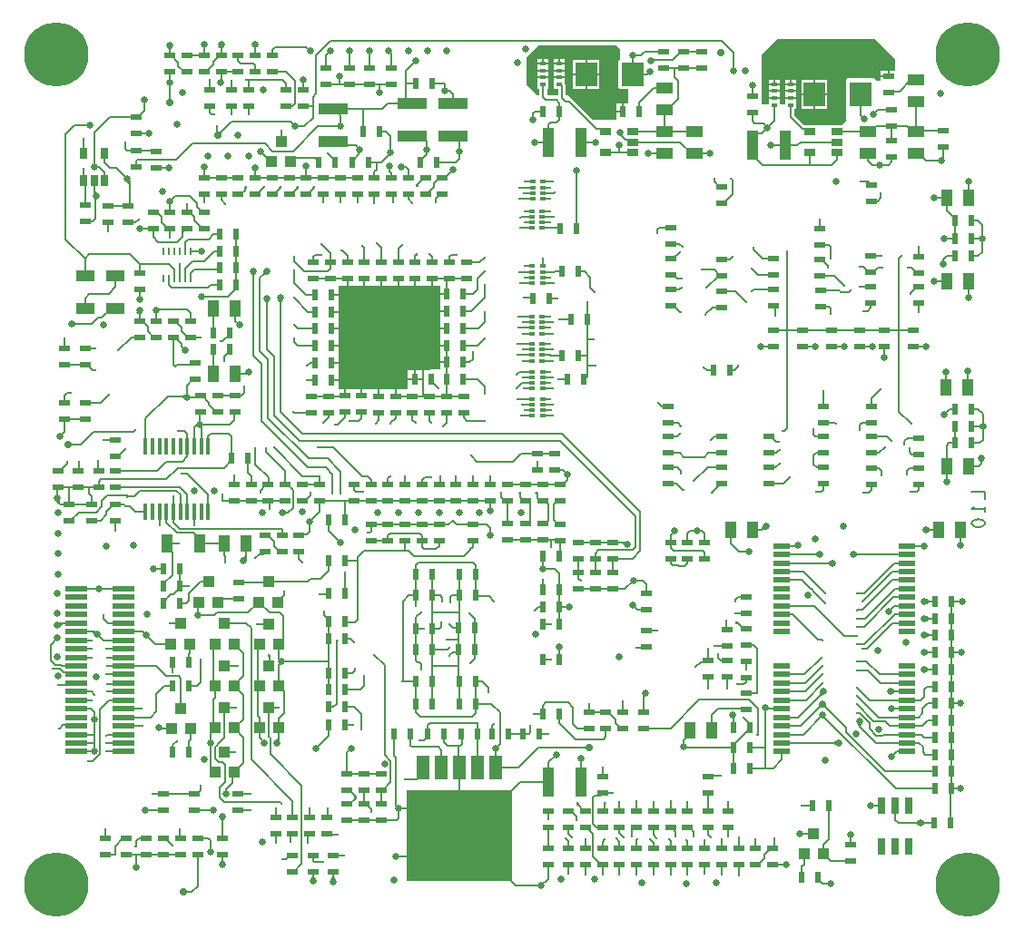
<source format=gbr>
G04 Gerber PCB Fabrication Data in Gerber  Example 2, created by Karel Tavernier, Filip Vermeire and Thomas Weyn*
G04 Ucamco copyright*
%TF.GenerationSoftware,Ucamco,UcamX,1.1.0-1400509*%
%TF.CreationDate,2014-07-14T00:00;00+01:00*%
%FSLAX25Y25*%
%MOMM*%
%TF.FileFunction,Copper,L10,Bot,Signal*%
%TF.FilePolarity,Positive*%
%TF.Part,Single*%
%TF.SameCoordinates*%
%TA.AperFunction,Conductor*%
%ADD10C,0.15000*%
%TA.AperFunction,NonConductor*%
%ADD11C,0.20000*%
%TA.AperFunction,ViaPad*%
%ADD12C,0.30000*%
%TA.AperFunction,ViaPad*%
%ADD13C,0.65000*%
%TA.AperFunction,TestPad*%
%ADD14C,0.70000*%
%TA.AperFunction,WasherPad*%
%ADD15C,6.00000*%
%TA.AperFunction,SMDPad,CuDef*%
%ADD16R,0.27000X0.80000*%
%ADD17R,0.40000X1.60000*%
%ADD18R,0.50000X0.30000*%
%ADD19R,0.50000X0.40000*%
%ADD20R,0.60000X0.40000*%
%ADD21R,0.60000X1.00000*%
%ADD22R,0.70000X1.00000*%
%ADD23R,0.80000X1.60000*%
%ADD24R,1.00000X0.60000*%
%ADD25R,1.00000X0.70000*%
%ADD26R,1.00000X1.00000*%
%ADD27R,1.00000X1.50000*%
%ADD28R,1.10000X1.80000*%
%ADD29R,1.10000X2.80000*%
%ADD30R,1.20000X2.30000*%
%ADD31R,1.50000X1.00000*%
%ADD32R,1.60000X0.50000*%
%ADD33R,1.80000X1.10000*%
%ADD34R,2.00000X0.50000*%
%ADD35R,2.00000X2.30000*%
%ADD36R,2.80000X1.10000*%
%ADD37R,9.80000X8.50000*%
%TA.AperFunction,Conductor*%
%ADD38C,0*%
G01*
%LPD*%
D38*
G36*
X7685060Y7737890D02*
Y8007910D01*
X7445040D01*
Y7737890D01*
X7399160D01*
Y8010410D01*
X7299140D01*
Y7777900D01*
X7246760D01*
Y8010410D01*
X7146740D01*
Y7777900D01*
X7079700D01*
Y8247900D01*
X7224700Y8392900D01*
X8134700D01*
X8324700Y8202900D01*
Y8094360D01*
X8187190D01*
Y8002900D01*
X8149700D01*
X8129700Y8022900D01*
X7874700D01*
X7859700Y8007900D01*
Y7627900D01*
X7819700Y7587900D01*
X7469700D01*
X7376660Y7680940D01*
Y7735390D01*
X7399160D01*
Y7737890D01*
X7445040D01*
X7685060D01*
G37*
G36*
X3130660Y6084690D02*
X3774710D01*
Y6085690D01*
X3918190D01*
Y6084690D01*
X4075990D01*
Y5307900D01*
X3984700D01*
X3975710Y5298910D01*
X3929890D01*
Y5124110D01*
X3909510D01*
Y5298910D01*
X3777490D01*
Y5124110D01*
X3430710D01*
Y5125110D01*
X3130660D01*
Y6084690D01*
G37*
G36*
X5557810Y7928390D02*
Y8198410D01*
X5317790D01*
Y7928390D01*
X5247620D01*
Y7943030D01*
X5247616Y7943473D01*
X5247606Y7943917D01*
X5247590Y7944360D01*
X5247560Y7945090D01*
X5247554Y7945236D01*
X5247547Y7945383D01*
X5247540Y7945530D01*
X5247180Y7952130D01*
X5247126Y7952935D01*
X5247053Y7953738D01*
X5246960Y7954540D01*
X5246710Y7956470D01*
X5246538Y7957627D01*
X5246324Y7958778D01*
X5246070Y7959920D01*
X5246000Y7960210D01*
X5244815Y7964058D01*
X5243163Y7967730D01*
X5241070Y7971170D01*
X5240160Y7972480D01*
Y8200910D01*
X5140140D01*
Y7925890D01*
X5182600D01*
Y7871660D01*
X5182610Y7870792D01*
X5182643Y7869925D01*
X5182700Y7869060D01*
X5182720Y7868860D01*
Y7862900D01*
X5077760D01*
Y7925890D01*
X5087760D01*
Y8200910D01*
X4987740D01*
Y7925890D01*
X4997740D01*
Y7862900D01*
X4979700D01*
X4879700Y7962900D01*
Y8217900D01*
X4989700Y8327900D01*
X5719700D01*
X5754700Y8292900D01*
Y8202900D01*
X5739700Y8187900D01*
Y7937900D01*
X5749700Y7927900D01*
X5829700D01*
Y7787910D01*
X5723490D01*
Y7637900D01*
X5494700D01*
X5269700Y7862900D01*
X5247740D01*
Y7869860D01*
X5247736Y7870320D01*
X5247726Y7870780D01*
X5247710Y7871240D01*
X5247670Y7872180D01*
X5247658Y7872427D01*
X5247645Y7872673D01*
X5247630Y7872920D01*
X5247620Y7873090D01*
Y7928390D01*
X5317790D01*
X5557810D01*
G37*
D10*
X680000Y1980000D02*
X672100Y1987900D01*
X559700D01*
X529700Y1957900D01*
X524700D01*
X680000Y2380000D02*
X662900Y2362900D01*
X515610D01*
X514700Y2363810D01*
X515280D01*
X680000Y2460000D02*
X662100Y2477900D01*
X564700D01*
X529700Y2512900D01*
X464700D01*
X680000Y2540000D02*
X550000D01*
X540000Y2550000D01*
X487200D01*
X445000Y2592200D01*
Y2738200D01*
X509700Y2802900D01*
X1149090Y4127900D02*
X969700D01*
X924700Y4082900D01*
Y4027900D01*
X869700Y3972900D01*
X709700D01*
X628250Y3891450D01*
X615700D01*
X510200Y4361350D02*
X533150D01*
X599700Y4427900D01*
Y4447900D01*
X1234700Y4742900D02*
X1214700Y4722900D01*
X844700D01*
X724450Y4602650D01*
X605450D01*
X628960Y5085570D02*
X596370D01*
X573700Y5062900D01*
Y4996350D01*
X573700Y5504350D02*
Y5591900D01*
X1120000Y2220000D02*
X991800D01*
X907200Y2135400D01*
Y1719080D01*
X836020Y1647900D01*
X789700D01*
X680000Y2300000D02*
X827600D01*
X854700Y2272900D01*
X680000Y2220000D02*
X826800D01*
X680000Y2620000D02*
X827600D01*
X680000Y2780000D02*
X682100Y2777900D01*
X829700D01*
X680000Y2700000D02*
X831800D01*
X829700Y3896700D02*
X812650Y3897900D01*
X909700D01*
X964700Y3952900D01*
Y3977900D01*
X1030650Y4043850D01*
X1049950D01*
X707200Y4445400D02*
Y4367850D01*
X700700Y4361350D01*
X889700Y4452900D02*
Y4362850D01*
X891200Y4361350D01*
X673110Y5729000D02*
X655430Y5711320D01*
X673110Y5729000D02*
X655430Y5746680D01*
X673110Y5729000D02*
X827750D01*
X887750Y5789000D01*
X922750D01*
X1012750Y5879000D01*
X1049950D01*
X637750Y5729000D02*
X673110D01*
X1049950Y6183800D02*
X1049700Y6183550D01*
Y6077900D01*
X984700Y6012900D01*
X804700D01*
X764200Y5972400D01*
Y5879000D01*
X764200Y6837850D02*
Y7063550D01*
X754750Y7073000D01*
Y7167850D01*
X749700Y7172900D01*
X754700Y7177900D01*
X754750Y7327000D02*
Y7462950D01*
X1046750Y779950D02*
X1044700Y782000D01*
Y857900D01*
X1119150Y932350D01*
X1145200D01*
X954700Y779950D02*
X1046750D01*
X1120000Y1740000D02*
X1117100Y1742900D01*
X964700D01*
X1120000Y1820000D02*
X962600D01*
X1120000Y1900000D02*
X976800D01*
X964700Y1887900D01*
X1120000Y2140000D02*
X1296800D01*
X1120000Y2060000D02*
X1307600D01*
X1120000Y1980000D02*
X1301800D01*
X1120000Y2380000D02*
X1112900Y2372900D01*
X969700D01*
X1120000Y2300000D02*
X971800D01*
X1120000Y2460000D02*
X966800D01*
X1120000Y2620000D02*
X971800D01*
X1120000Y2540000D02*
X1425000D01*
X1520000Y2445000D01*
X1637500D01*
X1661450Y2421050D01*
Y2143800D01*
X972600Y2540000D02*
X1120000D01*
X1120000Y2700000D02*
X966800D01*
X1049950Y3891450D02*
Y3803150D01*
X1653950Y3980350D02*
Y4137900D01*
X1618950Y4172900D01*
X1272900D01*
X1222900Y4122900D01*
X1164700D01*
X1149090Y4127900D02*
X1159400Y4128200D01*
X1149090Y4127900D02*
X1159400Y4117600D01*
X1164700Y4122900D02*
X1159700Y4127900D01*
X1149090D01*
X1718950Y3980350D02*
Y4136050D01*
X1647100Y4207900D01*
X1164700D01*
X1049950Y4208950D02*
X1163650D01*
X1164700Y4207900D01*
X1049950Y4043850D02*
X1130000D01*
X1140950Y4032900D01*
X1184700D01*
X1718950Y4589950D02*
X1719700Y4589200D01*
Y4493870D01*
X1671230Y4445400D01*
X1521230D01*
X1437180Y4361350D01*
X1049950D01*
X939700Y4647900D02*
X1049150D01*
X1049950Y4647100D01*
X979700Y6676700D02*
Y6592900D01*
X1240450Y7345850D02*
X1161750D01*
X1144700Y7362900D01*
Y7422900D01*
X1244050Y867860D02*
X1245000Y858200D01*
X1244050Y867860D02*
X1234400Y858200D01*
X1244050Y867860D02*
Y857250D01*
X1239700Y852900D01*
X1335700Y932350D02*
X1331250Y927900D01*
X1267900D01*
X1244050Y904050D01*
Y867860D01*
X1583800Y2355000D02*
X1505000D01*
X1430000Y2280000D01*
Y2115000D01*
X1375000Y2060000D01*
X1307600D01*
X1328950Y3980350D02*
X1328600Y3980000D01*
X1237600D01*
X1184700Y4032900D01*
X1272200Y5758350D02*
X1299250D01*
X1349700Y5707900D01*
Y5662900D01*
X1406650Y5605950D01*
X1430950D01*
X1272200Y5822540D02*
X1254520Y5840220D01*
X1272200Y5822540D02*
X1289880Y5840220D01*
X1272200Y5822540D02*
Y5857900D01*
X1272200Y5758350D02*
Y5822540D01*
X1169700Y6676700D02*
X1233500D01*
X1264700Y6707900D01*
X1399200Y6774350D02*
X1433250D01*
X1479700Y6727900D01*
Y6677900D01*
X1535650Y6621950D01*
X1557950D01*
X1429700Y7344100D02*
X1427950Y7345850D01*
X1240450D01*
X1720310Y430050D02*
X1702630Y412370D01*
X1720310Y430050D02*
X1702630Y447730D01*
X1720310Y430050D02*
X1684950D01*
X1494450Y932350D02*
X1510250D01*
X1579700Y862900D01*
X1649700Y1012900D02*
Y935850D01*
X1653200Y932350D01*
X1585250Y1737400D02*
Y1803450D01*
X1619700Y1837900D01*
X1583800Y2570000D02*
Y2480000D01*
X1654700Y2936800D02*
X1555800D01*
X1650900Y3287900D02*
Y3264100D01*
X1591800Y3205000D01*
X1568000D01*
X1498500Y3135500D01*
Y3122900D01*
X1919700Y3326800D02*
X1846800D01*
X1734700Y3214700D01*
Y3147900D01*
X1709700Y3122900D01*
X1650900D01*
X1729700Y3282900D02*
X1655900D01*
X1650900Y3287900D01*
Y3447900D01*
X1532550Y3681900D02*
Y3647450D01*
X1580000Y3600000D01*
Y3388200D01*
X1498500Y3306700D01*
Y3287900D01*
X1639700Y3682900D02*
X1533550D01*
X1532550Y3681900D01*
X1588950Y3980350D02*
Y3878650D01*
X1649700Y3817900D01*
X2594700D01*
X2604700Y3807900D01*
Y3759100D01*
X2605700Y3758100D01*
X1588950Y4123650D02*
Y3980350D01*
X1523950Y3980350D02*
Y3878650D01*
X1619700Y3782900D01*
X1774700D01*
X1837350Y3720250D01*
Y3681900D01*
X1458950Y3980350D02*
X1459700Y3979600D01*
Y3847900D01*
X1913950Y3980350D02*
Y4138650D01*
X1719700Y4332900D01*
X1669700D01*
X1629700Y4732900D02*
X1689700D01*
X1718950Y4703650D01*
Y4589950D01*
X1748450Y5605950D02*
X1726650D01*
X1669700Y5662900D01*
Y5697900D01*
X1609250Y5758350D01*
X1589700D01*
X1546450Y6158400D02*
Y6096150D01*
X1569700Y6072900D01*
X1914700D01*
X1939700Y6097900D01*
X2018500D01*
X2021500Y6094900D01*
X1646450Y6158400D02*
Y6287900D01*
X1696450Y6158400D02*
Y6249650D01*
X1764700Y6317900D01*
X1874700D01*
X1696450Y6412400D02*
Y6494650D01*
X1724700Y6522900D01*
X1869700D01*
X1557950Y6621950D02*
Y6532900D01*
X1716700Y8082450D02*
X1690150D01*
X1634700Y8137900D01*
Y8172900D01*
X1572750Y8234850D01*
X1557950D01*
Y8297540D01*
X1540270Y8315220D01*
X1557950Y8297540D02*
X1575630Y8315220D01*
X1557950Y8297540D02*
Y8332900D01*
X1815000Y778800D02*
Y485000D01*
X1760050Y430050D01*
X1720310D01*
X1737650Y1737400D02*
Y1837300D01*
X1750350Y1850000D01*
Y1953300D01*
X1736200Y2355000D02*
X1810000D01*
X1845000Y2390000D01*
Y2600000D01*
X1837350Y3681900D02*
X2059600D01*
X1783950Y3980350D02*
Y3852900D01*
X1958000Y5491650D02*
Y5275750D01*
X1964350Y5269400D01*
X1748450Y5605950D02*
X1846650D01*
X1958000Y5650400D02*
Y5866300D01*
X1964350Y5872650D01*
X1746450Y6158400D02*
Y6204650D01*
X1784700Y6242900D01*
X1929700D01*
X2010750D01*
X2021500Y6253650D01*
X1874700Y6317900D02*
X1969200Y6412400D01*
X2021500D01*
X2021500Y6571150D02*
X2018250Y6567900D01*
X1964700D01*
X1919700Y6522900D01*
X1869700D01*
X1716700Y6774350D02*
X1743250D01*
X1784700Y6732900D01*
Y6697900D01*
X1860650Y6621950D01*
X1875450D01*
X1716700Y6774350D02*
Y6852900D01*
X1875450Y6939450D02*
Y6862150D01*
X1930700Y7764950D02*
Y7700680D01*
X1947480Y7683900D01*
X1970700D01*
X1930700Y7917350D02*
Y8007750D01*
X1875450Y8082450D02*
X1894250D01*
X1964700Y8152900D01*
Y8177900D01*
X2021650Y8234850D01*
X2034200D01*
X2050000Y720360D02*
X2067680Y702680D01*
X2050000Y720360D02*
X2032320Y702680D01*
X2050000Y720360D02*
Y685000D01*
X2050000Y778800D02*
Y720360D01*
X2050000Y931200D02*
Y1099640D01*
X2065950Y2151550D02*
Y1869150D01*
X2008100Y1811300D01*
X2006630D01*
X1991850Y1796520D01*
Y1795730D01*
X1979700Y1783580D01*
Y1672900D01*
X2009700Y1642900D01*
X2044700D01*
X2069700Y1617900D01*
Y1457900D01*
X2019700Y1407900D01*
Y1311570D01*
X2063370Y1267900D01*
X2584700D01*
X2599700Y1252900D01*
X2050000Y1099640D02*
X2032320Y1117320D01*
X2050000Y1099640D02*
X2067680Y1117320D01*
X2050000Y1099640D02*
Y1135000D01*
X2065950Y1738800D02*
X2164700D01*
X2169700Y2147900D02*
X2069600D01*
X2065950Y2151550D01*
X2189700Y2541800D02*
X2064700D01*
X2064700Y2936800D02*
X2224700D01*
X2700950Y1211650D02*
Y1281650D01*
X2314700Y1667900D01*
Y2892900D01*
X2270800Y2936800D01*
X2224700D01*
X2197200Y3164700D02*
X2037000D01*
X2008600Y3136300D01*
X2197200Y3317100D02*
X2465000D01*
X2474700Y3326800D01*
X2069700Y3502900D02*
Y3559900D01*
X2059600Y3570000D01*
Y3681900D01*
X2159700Y4234100D02*
Y4317900D01*
X2161200Y5059850D02*
X2220650D01*
X2249700Y5088900D01*
Y5147900D01*
X2002450Y5059850D02*
X2161200D01*
X2064700Y5387900D02*
Y5427900D01*
X2110400Y5473600D01*
Y5491650D01*
X2029700Y5567900D02*
X2049700D01*
X2110400Y5628600D01*
Y5650400D01*
X2192950Y6939450D02*
X2219450D01*
X2259700Y6979700D01*
Y6992290D01*
X2074700Y6847900D02*
X2035000Y6887600D01*
Y6938650D01*
X2034200Y6939450D01*
X2129450Y7764950D02*
Y7688150D01*
X2129450Y7917350D02*
Y8002650D01*
X2034200Y8234850D02*
Y8302540D01*
X2274700Y8162900D02*
X2217100D01*
X2192950Y8187050D01*
Y8234850D01*
X2034200Y8302540D02*
X2016520Y8320220D01*
X2034200Y8302540D02*
X2051880Y8320220D01*
X2034200Y8302540D02*
Y8337900D01*
X2478700Y2151550D02*
Y1882500D01*
X2492200Y1869000D01*
Y1715400D01*
X2787200Y1420400D01*
Y690400D01*
X2718000Y621200D01*
X2700950D01*
X2478700Y2151550D02*
X2574700D01*
X2483600Y2623390D02*
X2474400Y2632600D01*
X2483600Y2623390D02*
X2485000Y2632600D01*
X2483600Y2623390D02*
Y2541800D01*
X2479700D01*
X2479700Y2637900D02*
X2483600Y2634000D01*
Y2623390D01*
X2479700Y2931800D02*
X2364700D01*
X2446950Y3758100D02*
X2469500D01*
X2529700Y3697900D01*
Y3677900D01*
X2354700Y3547900D02*
X2389700Y3582900D01*
X2424150D01*
X2446950Y3605700D01*
X2399700Y4152900D02*
Y4177900D01*
X2456150Y4234350D01*
X2472450D01*
X2354700Y4572900D02*
Y4422900D01*
X2474700Y4302900D01*
Y4236600D01*
X2472450Y4234350D01*
X2454700Y4572900D02*
Y4537900D01*
X2631200Y4361400D01*
Y4234350D01*
X2335000Y6189640D02*
Y5435000D01*
X2410000Y5360000D01*
Y4825000D01*
X2840000Y4395000D01*
X3010000D01*
X3075000Y4330000D01*
Y4145000D01*
X3150000Y4145000D02*
Y4355000D01*
X3030000Y4475000D01*
X2850000D01*
X2470000Y4855000D01*
Y5400000D01*
X2395000Y5475000D01*
Y6160000D01*
X2435000Y6200000D01*
X5526700Y3542200D02*
Y3591700D01*
X5555000Y3620000D01*
X5870000D01*
X5895000Y3645000D01*
Y3940000D01*
X5195000Y4640000D01*
X2770000D01*
X2530000Y4880000D01*
Y5425000D01*
X2460000Y5495000D01*
Y5934640D01*
X2442320Y5952320D01*
X2460000Y5934640D02*
X2477680Y5952320D01*
X2460000Y5934640D02*
Y5970000D01*
X2435000Y6200000D02*
Y6225000D01*
X2435000Y6200000D02*
X2460000D01*
X2435000Y6200000D02*
X2460000Y6225000D01*
X2335000Y6189640D02*
X2317320Y6207320D01*
X2335000Y6189640D02*
X2352680Y6207320D01*
X2335000Y6225000D02*
Y6189640D01*
X2439700Y7012900D02*
X2366250Y6939450D01*
X2351700D01*
X2259700Y6992290D02*
X2275000Y7007600D01*
X2259700Y6992290D02*
Y7002900D01*
X2269700Y7012900D01*
X2288200Y7764950D02*
Y7689400D01*
X2288200Y8007900D02*
Y7917350D01*
X2269700Y8007900D02*
X2288200D01*
X2602100D01*
X2637450Y7972550D01*
Y7917350D01*
X2351700Y8082450D02*
Y8145000D01*
X2333800Y8162900D01*
X2274700D01*
X2604700Y732900D02*
X2639700D01*
X2680400Y773600D01*
X2700950D01*
X2542200Y970450D02*
Y890400D01*
X2679700Y892900D02*
Y949200D01*
X2700950Y970450D01*
X2542200Y1122850D02*
Y1210400D01*
X2700950Y1122850D02*
Y1211650D01*
X2624700Y3237900D02*
Y3197400D01*
X2563600Y3136300D01*
X2529700Y3677900D02*
Y3657900D01*
X2581900Y3605700D01*
X2605700D01*
X2759700Y3606700D02*
Y3542900D01*
X2794700Y3507900D01*
X2641060Y3967650D02*
X2623380Y3949970D01*
X2641060Y3967650D02*
X2623380Y3985330D01*
X2641060Y3967650D02*
X2654450D01*
X2703700Y4016900D01*
Y4178900D01*
X2648250Y4234350D01*
X2631200D01*
X2605700Y3967650D02*
X2641060D01*
X2528120Y4578270D02*
X2793490Y4312900D01*
X2953700D01*
X5685450Y3542200D02*
X5872200D01*
X5945000Y3615000D01*
Y3975000D01*
X5215000Y4705000D01*
X2790000D01*
X2586630Y4908370D01*
Y5938010D01*
X2568950Y5955690D01*
X2586630Y5938010D02*
X2604310Y5955690D01*
X2586630Y5938010D02*
Y5973370D01*
X2742200Y6995400D02*
X2686250Y6939450D01*
X2669200D01*
X2582200Y6995400D02*
X2526250Y6939450D01*
X2510450D01*
X2742200Y6995400D02*
Y7012900D01*
X2749700Y7012900D02*
Y7002900D01*
X2742200Y6995400D01*
X2582200Y6995400D02*
Y7012900D01*
X2589700Y7012900D02*
Y7002900D01*
X2582200Y6995400D01*
X2683600Y7246300D02*
X2720200Y7282900D01*
X2909700D01*
X2942250Y7250350D01*
Y7237900D01*
X2594700Y7436800D02*
Y7537900D01*
X2637450Y7764950D02*
X2699950D01*
X2720000Y7785000D01*
Y8002600D01*
X2640900Y8081700D01*
X2609700D01*
X2509700Y8081700D02*
X2609700D01*
X2869700Y8277900D02*
X2829700Y8317900D01*
X2539700D01*
X2509700Y8287900D01*
Y8234100D01*
X2891450Y566510D02*
Y531150D01*
X2891450Y566510D02*
X2909130Y548830D01*
X2891450Y566510D02*
X2873770Y548830D01*
X2891450Y621200D02*
Y566510D01*
X2984700Y712900D02*
X2901450D01*
X2891450Y722900D01*
Y773600D01*
X2839700Y887900D02*
Y950450D01*
X2859700Y970450D01*
X3119700Y962900D02*
X3026000D01*
X3018450Y970450D01*
X2859700Y1122850D02*
Y1207900D01*
X3029700Y1207900D02*
Y1134100D01*
X3018450Y1122850D01*
X2954700Y3207900D02*
X3028500D01*
X3038500Y3217900D01*
X2864700Y4152900D02*
Y4132900D01*
X2813750Y4081950D01*
X2794950D01*
X2953700Y4234350D02*
Y4312900D01*
X2953700Y4234350D02*
X2794950D01*
X2939700Y4577900D02*
X3082100D01*
X3352100Y4307900D01*
X3354700D01*
X2827950Y6939450D02*
X2841250D01*
X2897200Y6995400D01*
X2986700Y6939450D02*
Y6862900D01*
X2897200Y6995400D02*
Y7012900D01*
X2897200Y6995400D02*
X2904700Y7002900D01*
Y7012900D01*
X3094650Y7237900D02*
Y7252950D01*
X3024700Y7322900D01*
X3014700Y8119100D02*
Y8237900D01*
X3054700Y8277900D01*
X3081950Y563260D02*
Y527900D01*
X3081950Y563260D02*
X3064270Y545580D01*
X3081950Y563260D02*
X3099630Y545580D01*
X3081950Y621200D02*
Y563260D01*
X3179700Y773200D02*
X3082350D01*
X3081950Y773600D01*
X3282200Y1330400D02*
Y1315080D01*
X3289700Y1315080D02*
X3282200D01*
X3282200Y1330400D02*
X3229400Y1383200D01*
X3208950D01*
X3282200Y1330400D02*
X3289700Y1322900D01*
Y1315080D01*
X3208950Y1249850D02*
X3229850D01*
X3287280Y1307280D01*
X3290000D01*
X3282200Y1315080D01*
X3189900Y2157900D02*
X3273850D01*
X3339700Y2092050D01*
Y1942900D01*
X3109700Y2762290D02*
Y2187900D01*
X3079700Y2157900D01*
X3037500D01*
X3278930Y2517120D02*
X3279700Y2516350D01*
Y2494700D01*
X3260000Y2475000D01*
X3190300D01*
X3189900Y2475400D01*
X3109700Y2762290D02*
X3109400Y2772600D01*
X3109700Y2762290D02*
X3120000Y2772600D01*
X3114700Y2777900D02*
X3109700Y2772900D01*
Y2762290D01*
X3190900Y2792900D02*
X3244700D01*
X3274700Y2762900D01*
X3189700Y3412900D02*
Y3219100D01*
X3190900Y3217900D01*
X3355000Y4165000D02*
X3292450D01*
X3272450Y4185000D01*
Y4234350D01*
X3145450Y6939450D02*
Y6863170D01*
X3145390D01*
X3259750Y7237900D02*
X3264700Y7242850D01*
Y7257900D01*
X3319700Y7312900D01*
Y7357900D01*
X3234700Y8119100D02*
Y8277900D01*
X3367700Y1249850D02*
X3387750D01*
X3434700Y1202900D01*
Y1172900D01*
X3367700Y1383200D02*
Y1249850D01*
X3526450Y1383200D02*
Y1249850D01*
X3464700Y2642900D02*
X3559700Y2547900D01*
Y1709050D01*
X3615850Y1652900D01*
Y1454050D01*
X3545000Y1383200D01*
X3526450D01*
X3354700Y4307900D02*
X3400200D01*
X3431200Y4276900D01*
Y4234350D01*
X3464700Y6857900D02*
Y6937700D01*
X3462950Y6939450D01*
X3304200Y6939450D02*
Y6863400D01*
X3414700Y8119100D02*
Y8277900D01*
X3749700Y1477900D02*
X3854700D01*
X3916700Y1539900D01*
Y1592750D01*
X3589950Y4234350D02*
Y4293150D01*
X3609700Y4312900D01*
X3748700Y4234350D02*
Y4311900D01*
X3634700Y6862900D02*
Y6926450D01*
X3621700Y6939450D01*
X3815830Y6861310D02*
X3780450Y6896690D01*
Y6939450D01*
X3624700Y8119100D02*
Y8252900D01*
X3599700Y8277900D01*
X3929700Y2882900D02*
X3858500D01*
X3853500Y2887900D01*
X3907450Y4234350D02*
Y4272890D01*
X3938450Y4303890D01*
X3994700D01*
X4074700Y4312900D02*
Y4242850D01*
X4066200Y4234350D01*
X4097950Y6939450D02*
X4081250D01*
X4039530Y6897730D01*
Y6864080D01*
X3867200Y7035400D02*
Y7017900D01*
X3867200Y7035400D02*
X3923650Y7091850D01*
X3939200D01*
X3859700Y7017900D02*
Y7027900D01*
X3867200Y7035400D01*
X4224950Y4234350D02*
Y4312650D01*
X4983700Y4520100D02*
X4831900D01*
X4759700Y4447900D01*
X4419700D01*
X4364700Y4502900D01*
X4369700D01*
X4383700Y4234350D02*
Y4311900D01*
X4542450Y4234350D02*
Y4310150D01*
X4701200Y4081950D02*
Y3865100D01*
X4874950Y3870100D02*
X4891900D01*
X4919700Y3897900D01*
Y4057900D01*
X4895650Y4081950D01*
X4874950D01*
X4649700Y4157900D02*
Y4117900D01*
X4685650Y4081950D01*
X4701200D01*
X4824700Y4142290D02*
X4814400Y4152600D01*
X4824700Y4142290D02*
X4825000Y4152600D01*
X4824700Y4142290D02*
Y4112900D01*
X4855650Y4081950D01*
X4874950D01*
X4819700Y4157900D02*
X4824700Y4152900D01*
Y4142290D01*
X5082200Y927900D02*
Y837100D01*
X5082200Y1033950D02*
Y927900D01*
X5037750Y2602400D02*
X5114700D01*
X5134700Y3987900D02*
Y3902900D01*
X5173500Y3864100D01*
X5194700D01*
X5134700Y3987900D02*
Y4042900D01*
X5173500Y4081700D01*
X5194700D01*
X5033700Y3870100D02*
X5056900D01*
X5084700Y3897900D01*
Y4047900D01*
X5050650Y4081950D01*
X5033700D01*
X4984700Y4137290D02*
X4969400Y4152600D01*
X4984700Y4137290D02*
Y4107900D01*
X5010650Y4081950D01*
X5033700D01*
X4974700Y4157900D02*
X4984700Y4147900D01*
Y4137290D01*
X4983700Y4520100D02*
X5142450D01*
X5135050Y8160900D02*
X5190150D01*
X5135050Y8095900D02*
X5190150D01*
X5135050Y8030900D02*
X5190150D01*
X5037750Y8030900D02*
X5092850D01*
X4982650Y8030900D02*
X5037750D01*
X5037750Y8095900D02*
X5092850D01*
X4982650Y8095900D02*
X5037750D01*
X5037750Y8160900D02*
X5092850D01*
X4982650Y8160900D02*
X5037750D01*
Y8206000D01*
X5431450Y684700D02*
Y589650D01*
X5272700Y684700D02*
Y600900D01*
X5590200Y684700D02*
X5577900D01*
X5503950Y758650D01*
Y973650D01*
X5443650Y1033950D01*
X5431450D01*
X5272700Y837100D02*
Y904900D01*
X5249700Y927900D01*
X5272700Y1033950D02*
Y974900D01*
X5309700Y937900D01*
X5431450Y837100D02*
Y921150D01*
X5349700Y1102900D02*
Y1132900D01*
X5296250Y1186350D01*
X5272700D01*
X5362200Y1240400D02*
Y1262900D01*
X5362200Y1240400D02*
X5354700Y1247900D01*
Y1262900D01*
X5431450Y1186350D02*
X5416250D01*
X5362200Y1240400D01*
X5367950Y3408850D02*
Y3353500D01*
X5390000Y3331450D01*
X5367950Y3408850D02*
Y3542200D01*
X5265750Y5213900D02*
X5176950D01*
Y5213880D01*
X5177010D01*
X5621950Y7523650D02*
X5595600Y7550000D01*
X5532600D01*
X5277600Y7805000D01*
X5247930D01*
X5215230Y7837700D01*
Y7869860D01*
X5215190Y7870800D01*
X5215110Y7871660D01*
Y7943030D01*
X5215080Y7943760D01*
X5214720Y7950360D01*
X5214470Y7952290D01*
X5214400Y7952580D01*
X5201080Y7965900D01*
X5190150D01*
X5190150Y8160900D02*
X5245250D01*
X5190150Y8160900D02*
Y8206000D01*
X5190150Y8095900D02*
X5245250D01*
X5190150Y8030900D02*
X5245250D01*
X5312700Y8063400D02*
X5437800D01*
X5590200Y684700D02*
Y593400D01*
X5590200Y837100D02*
Y898400D01*
X5614700Y922900D01*
X5590200Y1351450D02*
X5568750Y1330000D01*
X5521800D01*
X5504700Y1312900D01*
Y1067900D01*
X5538650Y1033950D01*
X5590200D01*
X5609700Y1247290D02*
X5609400Y1257600D01*
X5609700Y1247290D02*
X5620000Y1257600D01*
X5609700Y1247290D02*
Y1205850D01*
X5590200Y1186350D01*
X5614700Y1262900D02*
X5609700Y1257900D01*
Y1247290D01*
X5590200Y1503850D02*
Y1587400D01*
X5590200Y1351450D02*
X5688250D01*
X5464700Y2182900D02*
Y2108600D01*
X5463200Y2107100D01*
X5621950Y2107100D02*
X5645500D01*
X5709700Y2042900D01*
Y2007900D01*
X5762900Y1954700D01*
X5780700D01*
X5463200Y2107100D02*
X5621950D01*
X5685450Y3408850D02*
Y3542200D01*
X5526700Y3408850D02*
Y3542200D01*
X5437800Y7923300D02*
Y8063400D01*
X5562900D01*
X5437800Y8063400D02*
Y8203500D01*
X5748950Y684700D02*
Y588650D01*
X5907700Y684700D02*
Y589900D01*
X5907700Y837100D02*
Y905290D01*
Y915900D01*
X5914700Y922900D01*
X5907700Y905290D02*
X5920000Y917600D01*
X5748950Y1033950D02*
Y983650D01*
X5789700Y942900D01*
X5748950Y837100D02*
Y898650D01*
X5719700Y927900D01*
X5864700Y950020D02*
Y1007900D01*
X5890750Y1033950D01*
X5907700D01*
X5748950Y1186350D02*
Y1267150D01*
X5907700Y1186350D02*
Y1277900D01*
X5780700Y2107100D02*
Y2211900D01*
X5718400Y7712900D02*
X5778500D01*
Y7793000D01*
X6066450Y684700D02*
Y589650D01*
X6225200Y684700D02*
Y593400D01*
X6066450Y1033950D02*
Y961150D01*
X6094700Y932900D01*
X6225200Y1033950D02*
X6234700D01*
X6274700Y993950D01*
Y947900D01*
X6225200Y837100D02*
Y907400D01*
X6209700Y922900D01*
X6066450Y837100D02*
Y891150D01*
X6034700Y922900D01*
X6066450Y1186350D02*
Y1272900D01*
X6225200Y1186350D02*
Y1277400D01*
X7037130Y1894900D02*
X7039700Y1897470D01*
Y2142900D01*
X6959700Y2222900D01*
X6494700D01*
X6226500Y1954700D01*
X5971200D01*
X6294090Y3477900D02*
X6244700D01*
X6225200Y3497400D01*
Y3542200D01*
X6383950Y684700D02*
Y588650D01*
X6444700Y950020D02*
X6445000Y950320D01*
Y993650D01*
X6404700Y1033950D01*
X6383950D01*
X6383950Y898040D02*
X6369400Y912600D01*
X6383950Y898040D02*
Y908650D01*
X6374700Y917900D01*
X6383950Y837100D02*
Y898040D01*
X6383950Y1186350D02*
Y1273650D01*
X6459700Y2527900D02*
X6504700Y2572900D01*
X6563500D01*
X6579700Y2589100D01*
X6294090Y3477900D02*
X6304400Y3467600D01*
X6309700Y3472900D02*
X6304700Y3477900D01*
X6294090D01*
X6309700Y3472900D02*
X6359700D01*
X6383950Y3497150D01*
Y3542200D01*
X6294090Y3477900D02*
X6304400Y3478200D01*
X6542700Y684700D02*
Y600900D01*
X6701450Y684700D02*
Y589650D01*
X6574450Y1033950D02*
Y968150D01*
X6604700Y937900D01*
X6764950Y1033950D02*
Y948150D01*
X6701450Y837100D02*
Y926150D01*
X6542700Y837100D02*
Y914900D01*
X6574450Y1272900D02*
Y1351450D01*
X6574450Y1186350D02*
Y1272900D01*
X6764950Y1186350D02*
Y1267650D01*
X6694700Y1512900D02*
X6583500D01*
X6574450Y1503850D01*
X6612550Y1935650D02*
Y2085750D01*
X6669700Y2142900D01*
X6894700D01*
X6900900Y2136700D01*
X6929700D01*
X6754700Y2436700D02*
Y2327900D01*
X6579700Y2436700D02*
Y2327900D01*
X6754700Y2589100D02*
X6698500D01*
X6669700Y2617900D01*
Y2652900D01*
X6579700Y2589100D02*
Y2702900D01*
X6754700Y2726700D02*
X6638500D01*
X6749700Y2962900D02*
Y2884100D01*
X6754700Y2879100D01*
X7018950Y684700D02*
X7041500D01*
X7104700Y747900D01*
Y777900D01*
X7163900Y837100D01*
X7177700D01*
X6860200Y684700D02*
Y587400D01*
X7018950Y837100D02*
Y918650D01*
X6860200Y837100D02*
Y942400D01*
X7029700Y2289100D02*
X6929700D01*
X7029700Y2289100D02*
Y2702900D01*
X7000900Y2731700D01*
X6929700D01*
X6929700Y2431700D02*
Y2387900D01*
X6909700Y2367900D01*
X6844700D01*
X6929700Y2584100D02*
Y2507900D01*
X6834700Y2942650D02*
X6844950D01*
X6852450Y2935150D01*
X6903500Y2884100D01*
X6929700D01*
X6852450Y2935150D02*
X6834700D01*
X6929700Y3031700D02*
X6829700D01*
X6829700Y3137900D02*
Y3159100D01*
X6854700Y3184100D01*
X6929700D01*
X7084700Y3817900D02*
X7075700Y3808900D01*
X6993550D01*
X7196510Y931090D02*
Y855910D01*
X7177700Y837100D01*
X7756440Y1820000D02*
X7265800D01*
X7624700Y2272900D02*
X7411800Y2060000D01*
X7265800D01*
X7265800Y1980000D02*
X7437600D01*
X7617600Y2160000D01*
X7644700Y2078960D02*
Y2082900D01*
X7461800Y1900000D01*
X7265800D01*
X7265800Y2380000D02*
X7482600D01*
X7642600Y2540000D01*
X7265800Y2300000D02*
X7482600D01*
X7642600Y2460000D01*
X7646800Y2380000D02*
X7486800Y2220000D01*
X7265800D01*
X7265800Y2460000D02*
X7476800D01*
X7636800Y2620000D01*
X7641800Y2780000D02*
X7638900Y2782900D01*
X7604700D01*
X7367600Y3020000D01*
X7265800D01*
X7964700Y2820000D02*
X7962600Y2817900D01*
X7849700D01*
X7567600Y3100000D01*
X7265800D01*
X7265800Y3420000D02*
X7462600D01*
X7669700Y3212900D01*
X7669700Y3122900D02*
X7569700Y3222900D01*
Y3225690D01*
X7537490Y3257900D01*
X7534700D01*
X7452600Y3340000D01*
X7265800D01*
X7584340Y3582900D02*
X7268700D01*
X7265800Y3580000D01*
X7704340Y3497900D02*
X7267900D01*
X7265800Y3500000D01*
X7084700Y3817900D02*
X7094700Y3842900D01*
X7084700Y3817900D02*
X7119700D01*
X7119700Y3842900D02*
X7109700D01*
X7084700Y3817900D01*
X7196750Y7840400D02*
X7251850D01*
X7141650Y7840400D02*
X7196750D01*
X7196750Y7905400D02*
X7251850D01*
X7141650Y7905400D02*
X7196750D01*
X7196750Y7970400D02*
X7251850D01*
X7141650Y7970400D02*
X7196750D01*
Y8015500D01*
X7294050Y7970400D02*
X7349150D01*
X7294050Y7905400D02*
X7349150D01*
X7294050Y7840400D02*
X7349150D01*
X7450750Y667900D02*
X7469800Y686950D01*
Y786300D01*
X7450750Y570400D02*
Y667900D01*
X7449700Y1237150D02*
X7546000D01*
X7526950Y7523650D02*
X7497700Y7552900D01*
X7454700D01*
X7349150Y7658450D01*
Y7775400D01*
X7565050Y7732800D02*
Y7872900D01*
X7349150Y7970400D02*
X7404250D01*
X7349150Y7970400D02*
Y8015500D01*
X7349150Y7905400D02*
X7404250D01*
X7349150Y7840400D02*
X7404250D01*
X7565050Y7872900D02*
X7690150D01*
X7439950Y7872900D02*
X7565050D01*
Y8013000D01*
X7698400Y1237150D02*
Y922900D01*
X7647600Y872100D01*
Y786300D01*
X7716000Y717900D01*
X7906500D01*
X7907950Y716450D01*
X7756440Y1820000D02*
X7777020Y1840580D01*
X7756440Y1820000D02*
X7777020Y1805220D01*
X7794700Y1822900D02*
X7791800Y1820000D01*
X7756440D01*
X8689000Y1554650D02*
X8227950D01*
X7864700Y1917900D01*
Y1962900D01*
X7667600Y2160000D01*
X7644910Y2078960D02*
X7644700D01*
X8689000Y1395900D02*
X8326700D01*
X7644700Y2077900D01*
Y2078960D01*
X7624700Y2272900D02*
Y2300000D01*
X7624700Y2272900D02*
X7649700Y2275000D01*
X7649700Y2300000D02*
Y2297900D01*
X7624700Y2272900D01*
X7617600Y2160000D02*
Y2185000D01*
X7617600Y2160000D02*
X7642600D01*
X7617600Y2160000D02*
X7642600Y2185000D01*
X7667600Y2160000D02*
X7642600D01*
X7667600Y2160000D02*
Y2185000D01*
X7667600Y2160000D02*
X7642600Y2185000D01*
X7584340Y3582900D02*
X7602020Y3600580D01*
X7584340Y3582900D02*
X7602020Y3565220D01*
X7619700Y3582900D02*
X7584340D01*
X7704340Y3497900D02*
X7722020Y3515580D01*
X7704340Y3497900D02*
X7722020Y3480220D01*
X7739700Y3497900D02*
X7704340D01*
X8434200Y1820000D02*
X8432100Y1817900D01*
X8139700D01*
X7987600Y1970000D01*
Y1984640D01*
X7969920Y2002320D01*
X7987600Y1984640D02*
X8005280Y2002320D01*
X7987600Y1984640D02*
Y2020000D01*
X7964700Y2100000D02*
X7990000D01*
X8080000Y2010000D01*
Y1951720D01*
X8140870Y1890850D01*
X8198980D01*
X8208130Y1900000D01*
X8434200D01*
X7964700Y2180000D02*
X8119700Y2025000D01*
X8225000D01*
X8270000Y1980000D01*
X8434200D01*
X8434200Y2060000D02*
X8164700D01*
X7964700Y2260000D01*
X8434200Y2220000D02*
X8084700D01*
X7964700Y2340000D01*
X8434200Y2380000D02*
X8182600D01*
X8062600Y2500000D01*
X7964700D01*
X7964700Y2580000D02*
X7967600Y2582900D01*
X8049700D01*
X8172600Y2460000D01*
X8434200D01*
X8434200Y3020000D02*
X8316800D01*
X8036800Y2740000D01*
X7964700D01*
X8012600Y2700000D02*
X8056800D01*
X8296800Y2940000D01*
X8434200D01*
X7964700Y2900000D02*
X7967600Y2902900D01*
X8029700D01*
X8306800Y3180000D01*
X8434200D01*
X8434200Y3260000D02*
X8321800D01*
X8041800Y2980000D01*
X7964700D01*
X7964700Y3060000D02*
X7967600Y3062900D01*
X8014700D01*
X8291800Y3340000D01*
X8434200D01*
X8434200Y3420000D02*
X8296800D01*
X8016800Y3140000D01*
X7964700Y3220000D02*
X7966800Y3217900D01*
X8029700D01*
X8311800Y3500000D01*
X8434200D01*
X7965060Y3577900D02*
X7947380Y3560220D01*
X7965060Y3577900D02*
X7947380Y3595580D01*
X7965060Y3577900D02*
X8432100D01*
X8434200Y3580000D01*
X7929700Y3577900D02*
X7965060D01*
X8096950Y4232700D02*
Y4180000D01*
X8075850Y4158900D01*
X8021950D01*
X8320700Y1237150D02*
Y1103900D01*
X8351700Y1072900D01*
X8524340D01*
X8315060Y2302900D02*
X8297380Y2285220D01*
X8315060Y2302900D02*
X8297380Y2320580D01*
X8315060Y2302900D02*
X8431300D01*
X8434200Y2300000D01*
X8279700Y2302900D02*
X8315060D01*
X8182100Y8044350D02*
X8257200D01*
Y8099450D01*
X8524340Y1072900D02*
X8542020Y1090580D01*
X8524340Y1072900D02*
X8542020Y1055220D01*
X8595060Y1072900D02*
X8577380Y1055220D01*
X8595060Y1072900D02*
X8577380Y1090580D01*
X8595060Y1072900D02*
X8559700D01*
X8524340D01*
X8688500Y1072900D02*
X8595060D01*
X8434200Y1820000D02*
X8542600D01*
X8579700Y1782900D01*
Y1732900D01*
X8599200Y1713400D01*
X8689000D01*
X8689000Y1872150D02*
X8595450D01*
X8567600Y1900000D01*
X8434200D01*
X8689000Y2030900D02*
X8625900D01*
X8575000Y1980000D01*
X8434200D01*
X8434200Y2060000D02*
X8536800D01*
X8574700Y2097900D01*
Y2137900D01*
X8626450Y2189650D01*
X8689000D01*
X8434200Y2220000D02*
X8561800D01*
X8589700Y2247900D01*
Y2317900D01*
X8619700Y2347900D01*
X8688500D01*
X8689000Y2348400D01*
X8628060Y2665900D02*
X8610380Y2648220D01*
X8628060Y2665900D02*
X8610380Y2683580D01*
X8628060Y2665900D02*
X8592700D01*
X8689000Y2665900D02*
X8628060D01*
X8625810Y2507150D02*
X8607380Y2490220D01*
X8625810Y2507150D02*
X8607380Y2525580D01*
X8625810Y2507150D02*
X8590450D01*
X8589700Y2507900D01*
X8689000Y2507150D02*
X8625810D01*
X8689000Y2824650D02*
X8630060D01*
X8594700D01*
X8630060Y2824650D02*
X8612380Y2842330D01*
X8630060Y2824650D02*
X8612380Y2806970D01*
X8689000Y3142150D02*
X8630810D01*
X8595450D01*
X8630810Y3142150D02*
X8613130Y3159830D01*
X8630810Y3142150D02*
X8613130Y3124470D01*
X8689000Y2983400D02*
X8630560D01*
X8595200D01*
X8630560Y2983400D02*
X8612880Y3001080D01*
X8630560Y2983400D02*
X8612880Y2965720D01*
X8640060Y3812900D02*
X8622380Y3795220D01*
X8640060Y3812900D02*
X8622380Y3830580D01*
X8604700Y3812900D02*
X8640060D01*
X8723100D01*
X8727100Y3808900D01*
X9124700Y4443480D02*
X9107020Y4461160D01*
X9124700Y4443480D02*
X9142380Y4461160D01*
X9124700Y4443480D02*
Y4427700D01*
X9099700Y4402700D01*
X9005300D01*
X9124700Y4478840D02*
Y4443480D01*
X9105640Y4775200D02*
X9123320Y4792880D01*
X9105640Y4775200D02*
X9123320Y4757520D01*
X9105640Y4775200D02*
X9031850D01*
X9028150Y4778900D01*
X9141000Y4775200D02*
X9105640D01*
X556550Y2940000D02*
X522070Y2905530D01*
X556550Y2940000D02*
X531800D01*
X509700Y2917900D01*
X680000Y2940000D02*
X556550D01*
X522200Y4058580D02*
Y4107900D01*
X522200Y4058580D02*
X536930Y4043850D01*
X615700D01*
X700700Y4208950D02*
X615700D01*
X510200D01*
X504700Y4107900D02*
Y4203450D01*
X510200Y4208950D01*
X615700Y4043850D02*
X824450D01*
X829700Y4049100D01*
X504700Y4107900D02*
Y4076080D01*
X522200Y4058580D01*
X615700Y4043850D02*
Y4208950D01*
X573700Y4843950D02*
Y4726900D01*
X529700Y4682900D01*
X764200Y4843950D02*
X573700D01*
X573700Y5351950D02*
X764200D01*
X849700Y1820000D02*
X680000D01*
X849700Y1897900D02*
Y1820000D01*
X849700Y1742900D02*
Y1820000D01*
X680000Y1740000D02*
X682900Y1742900D01*
X849700D01*
X680000Y2140000D02*
X817600D01*
X849700Y2107900D01*
Y2037900D01*
X680000Y1900000D02*
X847600D01*
X849700Y1897900D01*
X849700Y2037900D02*
Y1897900D01*
X800000Y4208950D02*
X891200D01*
X800000Y4208950D02*
Y4149700D01*
X829700Y4120000D01*
Y4049100D01*
X2133500Y4477900D02*
Y4461700D01*
X2059700Y4387900D01*
X1629700D01*
X1524700Y4282900D01*
X914700D01*
X891200Y4259400D01*
Y4208950D01*
X700700Y4208950D02*
X800000D01*
X984700Y5067900D02*
Y5072900D01*
X908150Y4996350D01*
X764200D01*
X864700Y5297900D02*
X839700D01*
X785650Y5351950D01*
X764200D01*
X764200Y5504350D02*
X863250D01*
X869700Y6922900D02*
X864700Y6917900D01*
Y6712900D01*
X837250Y6685450D01*
X764200D01*
X850000Y6967350D02*
X882070Y6935270D01*
X850000Y6967350D02*
Y6942600D01*
X869700Y6922900D01*
X850000Y7073000D02*
Y6967350D01*
X1250000Y779950D02*
X1145200D01*
X954700Y932350D02*
Y1017900D01*
X1120000Y2860000D02*
X1302600D01*
X1332700Y2829900D01*
X1049950Y4494700D02*
X1076500D01*
X1144700Y4562900D01*
X1272200Y5605950D02*
X1197750D01*
X1074700Y5482900D01*
X1179700Y7038150D02*
Y6839100D01*
X1169700Y6829100D01*
X979700Y6829100D02*
X1169700D01*
X945250Y7327000D02*
Y7234750D01*
X995000Y7185000D01*
X1057600D01*
X1159700Y7082900D01*
X1179700Y7038150D02*
X1147330Y7070530D01*
X1159700Y7082900D02*
X1179700Y7062900D01*
Y7038150D01*
X1335700Y779950D02*
X1250000D01*
X1494450Y779950D02*
X1335700D01*
X1244900Y660000D02*
Y774850D01*
X1250000Y779950D01*
X1494450Y1192700D02*
X1329900D01*
X1494450Y1345100D02*
X1394700D01*
X1565800Y2746300D02*
X1416300D01*
X1332700Y2829900D01*
X1399700Y3447900D02*
X1498500D01*
X1328950Y4589950D02*
Y4847150D01*
X1539700Y5057900D01*
X1677860D01*
X1430950Y5861650D02*
X1432200Y5862900D01*
X1714700D01*
X1748450Y5829150D01*
Y5758350D01*
X1430950Y5758350D02*
Y5861650D01*
X1272200Y6050450D02*
Y5957900D01*
X3144700Y7577900D02*
X2939700D01*
X2704700Y7342900D01*
X2514700D01*
X2442600Y7415000D01*
X1766800D01*
X1614700Y7262900D01*
X1255000D01*
X1240450Y7248350D01*
Y7193450D01*
X1429700Y7191700D02*
X1544700D01*
X1240450Y7510950D02*
X1361650D01*
X1653200Y779950D02*
X1494450D01*
X1494450Y1345100D02*
X1780200D01*
X1489050Y1953300D02*
X1467070Y1950530D01*
X1489050Y1953300D02*
X1467070Y1975270D01*
X1489050Y1953300D02*
X1464300D01*
X1454700Y1962900D01*
X1572550Y1953300D02*
X1489050D01*
X1677860Y5057900D02*
X1701000Y5059510D01*
X1677860Y5057900D02*
X1701000Y5034770D01*
X1713370Y5047140D02*
X1702610Y5057900D01*
X1677860D01*
X1843700Y5059850D02*
X1809700D01*
X1792750Y5042900D01*
X1717610D01*
X1713370Y5047140D01*
Y5156570D01*
X1768500Y5211700D01*
X1794700D01*
X1794700Y5364100D02*
X1778500Y5347900D01*
X1624700D01*
X1609700Y5332900D01*
X1589700Y5605950D02*
Y5352900D01*
X1609700Y5332900D01*
X1699700Y5487900D02*
X1664700Y5522900D01*
Y5547900D01*
X1606650Y5605950D01*
X1589700D01*
X1557950Y6774350D02*
Y6872900D01*
X1607950Y6922900D01*
X1744700D01*
X1809700Y6857900D01*
Y6822900D01*
X1858250Y6774350D01*
X1875450D01*
X1555000Y7800000D02*
Y7984950D01*
X1557950Y7987900D01*
X1557950Y8082450D02*
Y7987900D01*
X1815000Y931200D02*
X1912600D01*
X1933800Y910000D01*
Y803900D01*
X1780200Y1192700D02*
X1964500D01*
X1844700Y1417900D02*
Y1382900D01*
X1806900Y1345100D01*
X1780200D01*
X1977050Y1548300D02*
X1936850Y1588500D01*
Y1641650D01*
X1937200Y1642000D01*
Y1693800D01*
X1936850Y1694150D01*
Y1818520D01*
X1977050Y1961050D02*
X1939700Y1923700D01*
Y1827900D01*
X1930320Y1818520D01*
X1936850D01*
X1975800Y2351300D02*
Y2239190D01*
X1960950Y2224340D01*
Y1977150D01*
X1977050Y1961050D01*
X1975800Y2746300D02*
X1965000Y2735500D01*
Y2362100D01*
X1975800Y2351300D01*
X1830800Y3136300D02*
X1814700Y3120200D01*
Y3017900D01*
X2385800Y3136300D02*
X2287400Y3037900D01*
X1994700D01*
X1974700Y3017900D01*
X1814700D01*
X1913950Y4589950D02*
Y4682150D01*
X1939700Y4707900D01*
X2109700D01*
X2134700Y4682900D01*
Y4479100D01*
X2133500Y4477900D01*
X1783950Y4589950D02*
Y4770000D01*
X1806850Y4792900D01*
X1834700D01*
X2161200Y4907450D02*
X2159700Y4905950D01*
Y4837900D01*
X2114700Y4792900D01*
X1834700D01*
X1848950Y4753900D02*
X1822330Y4780530D01*
X1848950Y4753900D02*
Y4778650D01*
X1834700Y4792900D01*
Y4898450D01*
X1843700Y4907450D01*
X1848950Y4589950D02*
Y4753900D01*
X2002450Y4907450D02*
X1990150D01*
X1919700Y4977900D01*
Y4997900D01*
X1857750Y5059850D01*
X1843700D01*
X2173900Y6094900D02*
Y6062100D01*
X2099700Y5987900D01*
X1849700D01*
X1746450Y6412400D02*
X1854200D01*
X2034200Y7091850D02*
X1875450D01*
Y7192900D01*
X1716700Y8234850D02*
X1875450D01*
Y8337900D01*
X2077200Y1347900D02*
Y1385400D01*
X2139700Y1447900D01*
Y1527900D01*
X2154850Y1543050D01*
Y1548300D01*
X2192950Y1192700D02*
X2309500D01*
X2192950Y1345100D02*
X2307500D01*
X2154850Y1961050D02*
X2244700Y1871200D01*
Y1637900D01*
X2155100Y1548300D01*
X2154850D01*
X2153600Y2351300D02*
X2239700Y2265200D01*
Y2042900D01*
X2157850Y1961050D01*
X2154850D01*
X2153600Y2746300D02*
X2244700Y2655200D01*
Y2442900D01*
X2153600Y2351800D01*
Y2351300D01*
X2262800Y3565750D02*
X2232330Y3535270D01*
X2244700Y3522900D02*
X2262800Y3541000D01*
Y3565750D01*
X2319950Y4079950D02*
X2161450D01*
X2159700Y4081700D01*
X2050900Y4139100D02*
Y4081700D01*
X2159700Y4081700D02*
X2050900D01*
X2256450Y5269400D02*
X2167550D01*
X2167550Y5872650D02*
Y5760050D01*
X2204700Y5722900D01*
X2173900Y6253650D02*
Y6094900D01*
X2173900Y6571150D02*
Y6412400D01*
Y6253650D01*
X2192950Y7091850D02*
X2034200D01*
X1994700Y7577900D02*
Y7499650D01*
X2002450Y7491900D01*
X2724700Y7577900D02*
X2684700Y7617900D01*
X2129700D01*
X2003700Y7491900D01*
X2002450D01*
X2030770Y7986550D02*
X2029700Y7985480D01*
Y7982900D01*
X2034200Y7987400D01*
Y8082450D01*
X2192950D01*
X2389800Y1961050D02*
Y1867800D01*
X2434700Y1822900D01*
X2389800Y1961050D02*
Y2056830D01*
X2373700Y2072930D01*
Y2334200D01*
X2390800Y2351300D01*
X2380000Y2362100D01*
Y2730500D01*
X2390800Y2741300D01*
X2385800Y3136300D02*
X2487100Y3035000D01*
X2582600D01*
X2614700Y3002900D01*
Y2792900D01*
X2568600Y2746800D01*
Y2741300D01*
X2262800Y3565750D02*
Y3681900D01*
X2472450Y4081950D02*
X2485940Y4068460D01*
Y4005030D01*
X2319950Y4232350D02*
Y4308150D01*
X2319950Y4079950D02*
X2470450D01*
X2472450Y4081950D01*
X2631200Y4081950D02*
X2472450D01*
X2285900Y4477900D02*
Y4342200D01*
X2319950Y4308150D01*
X2256450Y5269400D02*
X2282330Y5295270D01*
X2294700Y5282900D02*
X2277320Y5265520D01*
X2277080D01*
X2273200Y5269400D01*
X2256450D01*
X2351700Y7091850D02*
Y7190900D01*
X2351700Y7091850D02*
X2510450D01*
X2505800Y7246300D02*
X2496300D01*
X2399700Y7342900D01*
X2351700Y8234850D02*
Y8342900D01*
X2567600Y1860800D02*
Y1827500D01*
X2567600Y1860800D02*
Y1961050D01*
X2554700Y1822900D02*
Y1847900D01*
X2567600Y1860800D01*
X2568600Y2351300D02*
X2619700Y2300200D01*
Y2097900D01*
X2567600Y2045800D01*
Y1961050D01*
X2568600Y2351300D02*
Y2551370D01*
X2596010Y2578780D01*
X3037500Y2582900D02*
X2600130D01*
X2596010Y2578780D01*
X2568600Y2741300D02*
Y2606190D01*
X2596010Y2578780D01*
X2859700Y3882900D02*
Y3792900D01*
X2830900Y3764100D01*
X2764700D01*
X2759700Y3759100D01*
X2874950Y4905700D02*
X2716900D01*
X2709700Y4912900D01*
X2719700Y5597900D02*
Y5558900D01*
X2750700Y5527900D01*
X2911000D01*
X2912250Y5526650D01*
X2912250Y5685400D02*
X2752200D01*
X2714700Y5722900D01*
X2714700Y6227900D02*
Y6110300D01*
X2822100Y6002900D01*
X2912250D01*
X2912250Y5844150D02*
X2843450D01*
X2714700Y5972900D01*
X2715000Y6357900D02*
Y6315000D01*
X2805000Y6225000D01*
X3028700D01*
X3053700Y6250000D01*
Y6303100D01*
X2669200Y7091850D02*
X2827950D01*
X2510450Y7091850D02*
X2669200D01*
X2724700Y7577900D02*
X2812900D01*
X2890000Y7655000D01*
Y7764950D01*
X2915000Y1770000D02*
X3033500Y1888500D01*
Y1992900D01*
X3037500Y2316650D02*
Y2475400D01*
X3037500Y2582900D02*
Y2475400D01*
X3038500Y2792900D02*
X3037500Y2791900D01*
Y2582900D01*
X3038500Y2792900D02*
Y2950650D01*
X3037500Y2951650D01*
X2994700Y3047900D02*
Y3012900D01*
X3037500Y2970100D01*
Y2951650D01*
X3149700Y3687900D02*
X3148850D01*
X3037500Y3799250D01*
Y3904150D01*
X2953700Y4081950D02*
Y3976900D01*
X2859700Y3882900D01*
X2953700Y4081950D02*
X3189700D01*
X3033700Y4905700D02*
Y4856900D01*
X2984700Y4807900D01*
X3033700Y5058100D02*
X3188700D01*
X3189700Y5059100D01*
X3033700Y5058100D02*
X2874950D01*
X2912250Y5367900D02*
X2864700D01*
X2834700Y5337900D01*
X2912250Y5209150D02*
X2833450D01*
X2969700Y6372900D02*
X2912850D01*
X2894950Y6355000D01*
Y6303100D01*
X2894950Y6150700D02*
X3053700D01*
X3053700Y6303100D02*
Y6393900D01*
X2969700Y6477900D01*
X2827950Y7091850D02*
Y7202900D01*
X2827950Y7091850D02*
X2986700D01*
X3145450D01*
X2890000Y7764950D02*
Y7848200D01*
X2919700Y7877900D01*
Y8237900D01*
X3054700Y8372900D01*
X6699700D01*
X6809700Y8262900D01*
Y8097900D01*
X2796200Y7764950D02*
X2890000D01*
X2796200Y7917350D02*
Y8012900D01*
X3139700Y7966700D02*
X3014700D01*
X3367700Y1097450D02*
X3208950D01*
X3270000Y1992900D02*
X3185900D01*
X3364700Y2447900D02*
Y2349700D01*
X3331650Y2316650D01*
X3189900D01*
X3189700Y4906700D02*
Y4859700D01*
X3122900Y4792900D01*
X3099700D01*
X3229700Y4822900D02*
X3313700D01*
X3344700Y4853900D01*
Y4906700D01*
X3159700Y6417900D02*
X3162100D01*
X3212450Y6367550D01*
Y6303100D01*
X3212450Y6150700D02*
X3053700D01*
X3145450Y7091850D02*
X3304200D01*
X3139700Y8042900D02*
Y7966700D01*
X3234700Y7966700D02*
X3139700D01*
X3414700Y7966700D02*
X3234700D01*
X3526450Y1097450D02*
X3367700D01*
X3526450Y1097450D02*
X3669250D01*
X3689700Y1117900D01*
Y1207900D01*
X3431200Y3707700D02*
X3589950D01*
X3589950Y3860100D02*
X3431200D01*
X3399700Y3782900D02*
X3419700D01*
X3431200Y3794400D01*
Y3860100D01*
X3502950Y4905700D02*
Y4831150D01*
X3474700Y4802900D01*
X3529950Y6303100D02*
Y6442650D01*
X3484700Y6487900D01*
X3371200Y6303100D02*
Y6446400D01*
X3354700Y6462900D01*
X3484700Y7237900D02*
Y7172900D01*
X3462950Y7151150D01*
Y7091850D01*
X3484700Y7237900D02*
X3524700D01*
X3609700Y7322900D01*
Y7325400D01*
X3612200Y7327900D01*
Y7333150D01*
X3412150Y7237900D02*
X3484700D01*
X3612200Y7333150D02*
Y7480400D01*
X3568950Y7523650D01*
X3507400D01*
X3504700Y7966700D02*
X3414700D01*
X3624700Y7966700D02*
X3504700D01*
X3514700Y7892900D02*
Y7956700D01*
X3504700Y7966700D01*
X3664700Y757900D02*
X4119700D01*
X4256700Y894900D01*
Y957750D01*
X4154850D01*
X3899700Y1212900D01*
X3694700D01*
X3689700Y1207900D01*
X3648500Y1902900D02*
Y1702900D01*
X3664700Y1686700D01*
Y1232900D01*
X3689700Y1207900D01*
X3800900Y1794100D02*
X3812100Y1782900D01*
X4059700D01*
X4086700Y1755900D01*
Y1592750D01*
X3800900Y1902900D02*
Y1794100D01*
X3589950Y3707700D02*
Y3759950D01*
X3610000Y3780000D01*
X3885000D01*
X3907450Y3757550D01*
Y3707700D01*
X3907450Y3860100D02*
X3748700D01*
X3589950D01*
X3614700Y4802900D02*
Y4807900D01*
X3661700Y4854900D01*
Y4905700D01*
X3820450Y4905700D02*
Y4837150D01*
X3849700Y4807900D01*
X3820450Y5058100D02*
X3914700D01*
X3820450Y5058100D02*
X3661700D01*
X3724700Y6467900D02*
X3688700Y6431900D01*
Y6303100D01*
X3859700Y6382900D02*
X3854700Y6377900D01*
X3849700D01*
X3844700Y6372900D01*
Y6304100D01*
X3714700Y7197900D02*
X3755450D01*
X3780450Y7172900D01*
Y7091850D01*
X3604700Y7202900D02*
Y7154900D01*
X3621700Y7137900D01*
Y7091850D01*
X3884700Y1847900D02*
X3929700D01*
X3963500Y1881700D01*
Y1902900D01*
X4428150Y2006350D02*
X4427650Y2006850D01*
X3983650D01*
X3963500Y1986700D01*
Y1902900D01*
X4005900Y2537900D02*
Y2392900D01*
X4000900Y2187900D02*
Y2387900D01*
X4005900Y2392900D01*
X4248500Y2537900D02*
X4005900D01*
X4005900Y2692900D02*
Y2537900D01*
X3875000Y2572900D02*
X3885000D01*
X3905000Y2552900D01*
Y2503200D01*
X3904700Y2502900D01*
X3875000Y2572900D02*
X3870600D01*
X3853500Y2590000D01*
Y2692900D01*
X4005900Y3042900D02*
Y2887900D01*
X4084700Y2942900D02*
Y2902900D01*
X4069700Y2887900D01*
X4005900D01*
X4164700Y2712900D02*
X4144700Y2692900D01*
X4005900D01*
Y2786700D01*
X3999700Y2792900D01*
X4005900Y2887900D02*
Y2799100D01*
X3999700Y2792900D01*
X3904700Y3042900D02*
X3902900D01*
X3853500Y2993500D01*
Y2887900D01*
Y2692900D01*
X4253500Y3037900D02*
X4010900D01*
X4005900Y3042900D01*
X4005900Y3197900D02*
Y3042900D01*
X4094700Y3137900D02*
Y3177900D01*
X4074700Y3197900D01*
X4005900D01*
Y3397900D01*
X3929700Y3627900D02*
X3907450Y3650150D01*
Y3707700D01*
X4034700Y3627900D02*
X4066200Y3659400D01*
Y3707700D01*
X3929700Y3627900D02*
X4034700D01*
X4194700Y3897900D02*
X4156900Y3860100D01*
X4066200D01*
X3907450D01*
X4137950Y4905700D02*
Y4811150D01*
X4104700Y4777900D01*
X3994700Y4807900D02*
X3979200Y4823400D01*
Y4905700D01*
X3914700Y5137900D02*
Y5058100D01*
X4137950Y5058100D02*
X3979200D01*
X4059700Y5132900D02*
X3995900Y5196700D01*
Y5212900D01*
X4004200Y6303100D02*
Y6358400D01*
X3979700Y6382900D01*
X3939200Y6939450D02*
X3951250D01*
X4019700Y7007900D01*
Y7042900D01*
X4068650Y7091850D01*
X4097950D01*
X4118650D01*
X4199700Y7172900D01*
X4124700Y7907900D02*
Y7962900D01*
X4109700Y7977900D01*
X4005900D01*
X5019700Y487900D02*
X4779700D01*
X4314850Y952750D01*
Y957750D01*
X4256700Y1592750D02*
Y957750D01*
X5088550Y1459400D02*
X4826200D01*
X4324550Y957750D01*
X4314850D01*
X4244700Y1792900D02*
Y1604750D01*
X4256700Y1592750D01*
X4244700Y1792900D02*
X4149700D01*
X4115900Y1826700D01*
Y1902900D01*
X4275750Y1903900D02*
X4284700Y1894950D01*
Y1812900D01*
X4264700Y1792900D01*
X4244700D01*
X4253500Y2397900D02*
X4248500Y2402900D01*
Y2537900D01*
X4253500Y2397900D02*
Y2187900D01*
X4248500Y2687900D02*
Y2537900D01*
X4164700Y2632900D02*
Y2637900D01*
X4194700Y2667900D01*
X4228500D01*
X4248500Y2687900D01*
X4359700Y2562900D02*
X4400900Y2604100D01*
Y2687900D01*
X4140550Y2783750D02*
X4141400Y2782900D01*
X4248500D01*
Y2892900D01*
X4248500Y2687900D02*
Y2782900D01*
X4248500Y2892900D02*
X4253500Y2897900D01*
Y3037900D01*
X4248500Y2892900D02*
X4199700D01*
X4164700Y2927900D01*
X4253500Y3037900D02*
Y3197900D01*
X4174700Y3132900D02*
Y3182900D01*
X4189700Y3197900D01*
X4253500D01*
Y3392900D01*
X4349700Y3027900D02*
X4400900Y2976700D01*
Y2892900D01*
X4383700Y3860100D02*
X4232500D01*
X4194700Y3897900D01*
X4296700Y4905700D02*
Y4858900D01*
X4327700Y4827900D01*
X4489700D01*
X4296700Y5058100D02*
X4137950D01*
Y5210100D01*
X4142000Y5214150D01*
X4294400Y5214150D02*
X4425850D01*
X4489700Y5150300D01*
Y5082900D01*
X4142000Y5214150D02*
Y5372900D01*
X4379700Y5467900D02*
Y5403900D01*
X4348700Y5372900D01*
X4294400D01*
X4489700Y5592900D02*
X4426800Y5530000D01*
X4296050D01*
X4294400Y5531650D01*
X4142000Y5372900D02*
Y5531650D01*
X4294400Y5690400D02*
X4435100D01*
X4494700Y5750000D01*
Y5842900D01*
X4294400Y5849150D02*
X4369150D01*
X4494700Y5974700D01*
Y6092900D01*
X4494700Y6222900D02*
X4424700Y6152900D01*
Y6052900D01*
X4379700Y6007900D01*
X4294400D01*
X4162950Y6303100D02*
Y6358250D01*
X4182600Y6377900D01*
X4229700D01*
X4494700Y6352900D02*
X4492900D01*
X4443100Y6303100D01*
X4321700D01*
X4321700Y6150700D02*
X4162950D01*
X4193200Y7789550D02*
X4194700Y7791050D01*
Y7876900D01*
X4163700Y7907900D01*
X4124700D01*
X4426700Y1592750D02*
Y1902450D01*
X4428150Y1903900D01*
X4428150Y2006350D02*
Y1903900D01*
X4579700Y1997900D02*
X4558500Y1976700D01*
Y1902900D01*
X4400900Y2687900D02*
Y2892900D01*
X4544700Y3762900D02*
Y3827900D01*
X4512500Y3860100D01*
X4383700D01*
X4542450Y3987550D02*
Y4081950D01*
X4710900Y1902900D02*
X4711900Y1903900D01*
X4847250D01*
X4919700Y1977900D02*
Y1918600D01*
X4905000Y1903900D01*
X4847250D01*
X4701200Y3712700D02*
X4869950D01*
X4874950Y3717700D01*
X5033700D01*
X4701200Y4234350D02*
X4874950D01*
X5033700D01*
X5082200Y684700D02*
Y550400D01*
X5019700Y487900D01*
X5082200Y1186350D02*
Y1110400D01*
X5159700Y1712900D02*
X5088550Y1641750D01*
Y1459400D01*
X5037750Y2094400D02*
X4948200D01*
X5037750Y2094400D02*
Y2170950D01*
X5064700Y2197900D01*
X5269700D01*
X5314700Y2152900D01*
Y1995300D01*
X5355000Y1955000D01*
X5463500D01*
X5463200Y1954700D01*
X4999650Y1903900D02*
X5088700D01*
X5037750Y2931650D02*
X5114700D01*
X5190150Y3249150D02*
Y3400000D01*
X5145150Y3445000D01*
X5037750D01*
X5037750Y3566650D02*
Y3445000D01*
X5037750Y3345000D02*
Y3249150D01*
X5114700Y3717700D02*
Y3647900D01*
X5114700Y3717700D02*
X5033700D01*
X5194700Y3711700D02*
X5188700Y3717700D01*
X5114700D01*
X5033700Y4234350D02*
X5194450D01*
X5194700Y4234100D01*
X5142450Y4367700D02*
X5224900D01*
X5264700Y4327900D01*
X4983700Y4367700D02*
Y4445100D01*
X5088550Y7428400D02*
X4955200D01*
X5190150Y7714150D02*
Y7640150D01*
X5165000Y7615000D01*
X5109700D01*
X5088550Y7593850D01*
Y7428400D01*
X4940000Y7635000D02*
Y7695000D01*
X4959150Y7714150D01*
X5037750D01*
X5190150Y7714150D02*
Y7789850D01*
X5160000Y7820000D01*
X5062600D01*
X5037750Y7844850D01*
Y7965900D01*
X5393350Y1459400D02*
Y1676550D01*
X5274690Y1922910D02*
X5339700Y1857900D01*
X5599700D01*
X5621950Y1880150D01*
Y1954700D01*
X5190150Y2094400D02*
Y2007450D01*
X5274690Y1922910D01*
X5190150Y2602400D02*
Y2715740D01*
X5191190D01*
X5190150Y3090400D02*
Y2931650D01*
X5190150Y3090400D02*
X5284700D01*
X5190150Y3249150D02*
Y3090400D01*
X5367950Y3256450D02*
X5526700D01*
X5526700Y3694600D02*
X5367950D01*
X5194700Y3711700D02*
Y3571200D01*
X5190150Y3566650D01*
X5264700Y4327900D02*
Y4274700D01*
X5224100Y4234100D01*
X5194700D01*
X5418150Y5213900D02*
X5448150Y5243900D01*
Y5343900D01*
X5448150Y5593900D02*
X5458150Y5583900D01*
X5506950D01*
X5368150Y5438900D02*
X5448150D01*
X5348150Y6623900D02*
Y7159450D01*
X5524700Y7428400D02*
X5393350D01*
X5685450Y3256450D02*
X5798250D01*
X5879700Y3337900D01*
X5526700Y3256450D02*
X5685450D01*
X5526700Y3694600D02*
X5685450D01*
X5778250D01*
X5448150Y5343900D02*
X5526950D01*
X5448150Y5343900D02*
Y5438900D01*
Y5593900D01*
X5448150Y5773900D02*
Y5593900D01*
X5448150Y5773900D02*
Y5937700D01*
X5621950Y7333150D02*
X5749700D01*
X5971200Y2107100D02*
Y2264400D01*
X5994700Y2287900D01*
X6002950Y2716700D02*
X5999150Y2712900D01*
X5904700D01*
X6002950Y3065950D02*
X5916650D01*
X5872200Y3110400D01*
X6002950Y3218350D02*
Y3300000D01*
X5965050Y3337900D01*
X5879700D01*
X5778250Y3694600D02*
X5807330Y3665530D01*
X5778250Y3694600D02*
X5803000D01*
X5819700Y3677900D01*
X5875950Y7428400D02*
X6316600D01*
X6423700Y7321300D01*
X6449700D01*
X5772200Y7480400D02*
X5804700Y7447900D01*
X5856450D01*
X5875950Y7428400D01*
X5772200Y7480400D02*
Y7517900D01*
X5754700Y7517900D02*
Y7497900D01*
X5772200Y7480400D01*
X5749700Y7333150D02*
Y7402900D01*
X5749700Y7333150D02*
X5875950D01*
X5930900Y7712900D02*
Y7794100D01*
X6066300Y7929500D01*
X6169700D01*
X5875950Y7523650D02*
X5876800Y7524500D01*
X6169700D01*
X6034700Y8087900D02*
X6010200Y8063400D01*
X5869600D01*
Y8237800D01*
X5949600D01*
X5980900Y8269100D01*
X6164700D01*
X6099700Y2867900D02*
X6004150D01*
X6002950Y2869100D01*
X6225200Y3694600D02*
Y3758400D01*
X6264700Y3797900D01*
X6542700Y3542200D02*
X6544700Y3544200D01*
Y3597900D01*
X6529700Y3612900D01*
X6254700D01*
X6225200Y3642400D01*
Y3694600D01*
X6206150Y4240700D02*
X6280150D01*
X6341950Y4178900D01*
X6346950D01*
X6206150Y4393100D02*
X6290950D01*
X6321950Y4362100D01*
Y4333900D01*
X6206950Y4527700D02*
X6312300D01*
X6351100Y4488900D01*
X6436950D01*
X6206950Y4807700D02*
X6293150D01*
X6321950Y4778900D01*
X6206950Y4680100D02*
X6288150D01*
X6316950Y4708900D01*
X6111950Y4993900D02*
X6145750Y4960100D01*
X6206950D01*
X6231950Y5897700D02*
X6252300D01*
X6311100Y5838900D01*
X6321950D01*
X6231950Y6050100D02*
X6303150D01*
X6326950Y6073900D01*
X6231950Y6340100D02*
X6250100D01*
X6311950Y6401950D01*
Y6403900D01*
X6326950Y6158900D02*
X6286950D01*
X6258150Y6187700D01*
X6231950D01*
X6231950Y6477700D02*
X6308150D01*
X6336950Y6448900D01*
X6101950Y6578900D02*
Y6608900D01*
X6123150Y6630100D01*
X6231950D01*
X6021300Y7320000D02*
Y7335000D01*
X6035000Y7321300D01*
X6169700D01*
X6169700Y7524500D02*
X6449700D01*
X6259700Y8116700D02*
Y8037900D01*
X6299700Y7997900D01*
Y7832900D01*
X6193100Y7726300D01*
X6169700D01*
Y7524500D01*
X6164700Y8116700D02*
X6259700D01*
X6044700Y8187900D02*
X6049700Y8192900D01*
X6249700D01*
X6325900Y8269100D01*
X6344700D01*
X6815750Y1776900D02*
X6350700D01*
X6344700Y1782900D01*
Y1847900D01*
X6409350Y1912550D01*
Y1935650D01*
X6474700Y3797900D02*
X6404700D01*
X6383950Y3777150D01*
Y3694600D01*
X6474700Y3797900D02*
X6519700D01*
X6542700Y3774900D01*
Y3694600D01*
X6441950Y4263900D02*
X6443900D01*
X6573100Y4393100D01*
X6701450D01*
X6701450Y4526450D02*
X6576450D01*
X6538900Y4488900D01*
X6436950D01*
X6449700Y7321300D02*
X6591300D01*
X6344700Y8116700D02*
X6259700D01*
X6519700Y8116700D02*
X6344700D01*
X6344700Y8269100D02*
X6519700D01*
X6616950Y4158900D02*
X6611950D01*
X6693750Y4240700D01*
X6701450D01*
X6701450Y4678850D02*
X6636900D01*
X6601950Y4643900D01*
X6625250Y5301150D02*
X6564700D01*
X6536950Y5328900D01*
X6551950Y5818900D02*
Y5821950D01*
X6617700Y5887700D01*
X6706950D01*
X6688150Y6182700D02*
X6675750D01*
X6561950Y6068900D01*
X6931950Y5938900D02*
X6830750Y6040100D01*
X6706950D01*
X6701950Y6182700D02*
X6688150D01*
X6516950Y6238900D02*
X6631950D01*
X6688150Y6182700D01*
X6701950Y6335100D02*
X6778150D01*
X6801950Y6358900D01*
X6786950Y7088900D02*
X6801950Y7073900D01*
Y6938900D01*
X6720750Y6857700D01*
X6701950D01*
X6701950Y7010100D02*
X6680750D01*
X6631950Y7058900D01*
Y7088900D01*
X6815750Y1586400D02*
Y1776900D01*
X6968150Y1586400D02*
X7114000D01*
X6815750Y1776900D02*
Y1800750D01*
X6968150Y1953150D01*
Y1967400D01*
X7114000Y1776900D02*
X6968150D01*
X6968150Y1967400D02*
Y1999450D01*
X6909700Y2057900D01*
X6815750Y2046600D02*
X6792330Y2070030D01*
X6815750Y2046600D02*
X6817070Y2070030D01*
X6815750Y2046600D02*
Y2071350D01*
X6804700Y2082400D01*
X6815750Y1967400D02*
Y2046600D01*
X6959700Y3607900D02*
X6867100D01*
X6790350Y3684650D01*
Y3808900D01*
X6856950Y5338900D02*
Y5333900D01*
X6824200Y5301150D01*
X6777650D01*
X7186950Y6055100D02*
X7003150D01*
X6981950Y6033900D01*
X7186950Y6192700D02*
X7038150D01*
X6986950Y6243900D01*
X6996950Y6438900D02*
Y6428900D01*
X7080750Y6345100D01*
X7186950D01*
X7526950Y7210000D02*
X7087600D01*
X6993550Y7304050D01*
Y7396650D01*
X7129700Y7562900D02*
X7079700Y7512900D01*
X7019700D01*
X6993550Y7486750D01*
Y7396650D01*
X6987200Y7701450D02*
Y7627900D01*
X7012200Y7602900D01*
X7089700D01*
X7129700Y7562900D01*
X6987200Y7853850D02*
Y7955400D01*
X7114000Y1586400D02*
X7183200D01*
X7265800Y1669000D01*
Y1740000D01*
X7114000Y1586400D02*
Y1776900D01*
X7114000Y2147320D02*
Y1776900D01*
X7146070Y2140000D02*
X7126370Y2134950D01*
X7146070Y2140000D02*
X7126370Y2159690D01*
X7146070Y2140000D02*
X7121320D01*
X7114000Y2147320D01*
X7265800Y2140000D02*
X7146070D01*
X7265800Y3660000D02*
X7411800D01*
X7414700Y3662900D01*
X7145950Y4240700D02*
X7278750D01*
X7341950Y4303900D01*
X7241950Y4553900D02*
X7236950D01*
X7209500Y4526450D01*
X7145950D01*
X7241950Y4428900D02*
X7206150Y4393100D01*
X7145950D01*
X7266950Y4728900D02*
X7285950D01*
X7316950Y4759900D01*
Y5670100D01*
X7236950Y4628900D02*
X7211100D01*
X7160000Y4680000D01*
X7147100D01*
X7145950Y4678850D01*
X7064900Y5517700D02*
X7181950D01*
X7316950Y5670100D02*
X7181950D01*
X7186950Y5902700D02*
X7201950Y5887700D01*
Y5808900D01*
X7298350Y7396650D02*
X7158450D01*
X7780950Y7428400D02*
X7440200D01*
X7408450Y7396650D01*
X7298350D01*
X7129700Y7562900D02*
X7196750Y7629950D01*
Y7775400D01*
X7558700Y976800D02*
X7435800D01*
X7653950Y4526450D02*
X7586450D01*
X7561950Y4501950D01*
Y4463900D01*
Y4423050D01*
X7591900Y4393100D01*
X7653950D01*
X7653950Y4678850D02*
X7573100D01*
X7556950Y4695000D01*
Y4748900D01*
X7456950Y5517700D02*
X7574700D01*
X7456950Y5670100D02*
X7316950D01*
Y6407950D01*
X7726950Y5670100D02*
X7456950D01*
X7780950Y7333150D02*
Y7264150D01*
X7726800Y7210000D01*
X7526950D01*
X7526950Y7333150D02*
Y7210000D01*
X7719700Y507900D02*
X7644700D01*
X7603150Y549450D01*
Y570400D01*
X7586950Y4163900D02*
X7637850D01*
X7653950Y4180000D01*
Y4240700D01*
X7766950Y4798900D02*
X7753650Y4812200D01*
X7653950D01*
X7653950Y4964600D02*
Y5101900D01*
X7849700Y5517700D02*
X7726950D01*
X7726950Y5670100D02*
X7986950D01*
X7622200Y5891700D02*
X7700000D01*
X7716950Y5874750D01*
Y5828900D01*
X7621950Y6182700D02*
X7753150D01*
X7846950Y6088900D01*
X7906750Y6044100D02*
X7892650Y6030000D01*
X7815000D01*
X7800900Y6044100D01*
X7622200D01*
X7621950Y6467700D02*
X7699250D01*
X7716950Y6450000D01*
Y6343900D01*
X7693180Y6253900D02*
Y6277670D01*
X7635750Y6335100D01*
X7621950D01*
X7621950Y6620100D02*
Y6703900D01*
X7907950Y868850D02*
Y966150D01*
X8193700Y1237150D02*
X8088950D01*
X8098450Y4526450D02*
X8169500D01*
X8226950Y4583900D01*
X8096950Y4385100D02*
X8169900D01*
X8191950Y4363050D01*
Y4313900D01*
X7992830Y4743900D02*
Y4790000D01*
X8015030Y4812200D01*
X8098450D01*
X8286950Y4638900D02*
X8284950D01*
X8245000Y4678850D01*
X8098450D01*
X8098450Y4964600D02*
Y5040400D01*
X8181950Y5123900D01*
X7986950Y5517700D02*
X8104700D01*
X7986950Y5670100D02*
X8221950D01*
X8021950Y5848900D02*
X8063900D01*
X8095000Y5880000D01*
Y5925150D01*
X8093450Y5926700D01*
X8093450Y6079100D02*
X7992150D01*
X8093450Y6212450D02*
X8072550D01*
X8021990Y6263010D01*
X7991060D01*
X8093450Y6212450D02*
X8117450D01*
X8163900Y6258900D01*
X8201950D01*
X8093450Y6364850D02*
X8196000D01*
X8098450Y6875950D02*
X8155950D01*
X8186950Y6906950D01*
Y6953900D01*
X8098450Y7028350D02*
X8067900Y7058900D01*
X8006950D01*
X8001950Y7063900D01*
X8066700Y7326800D02*
Y7258000D01*
X8111800Y7212900D01*
X8174700D01*
X8288950Y7726850D02*
X8282900Y7732900D01*
X8159700D01*
X8114700Y7687900D01*
X7996850Y7872900D02*
Y7678900D01*
X8027850Y7647900D01*
X8029700D01*
X8289700Y1692900D02*
X8336800Y1740000D01*
X8434200D01*
X8434200Y2140000D02*
X8289700D01*
X8434200Y3100000D02*
X8311800D01*
X8259700Y3047900D01*
X8471950Y4798900D02*
X8356950Y4913900D01*
Y5668100D01*
X8221950Y5417900D02*
Y5517700D01*
X8356950Y5668100D02*
X8355620Y5669430D01*
X8222620D01*
X8221950Y5670100D01*
X8381950Y6363900D02*
X8356950Y6338900D01*
Y5668100D01*
X8491950Y5670100D02*
X8489950Y5668100D01*
X8356950D01*
X8288950Y7288700D02*
Y7243900D01*
X8257950Y7212900D01*
X8174700D01*
X8511200Y8006250D02*
X8468050D01*
X8359700Y7897900D01*
X8263150D01*
X8257200Y7891950D01*
X8589700Y3657900D02*
X8436300D01*
X8434200Y3660000D01*
X8544700Y4229950D02*
Y4184700D01*
X8523900Y4163900D01*
X8461950D01*
X8451950Y4573900D02*
Y4538050D01*
X8474300Y4515700D01*
X8544700D01*
X8544700Y4382350D02*
X8457350D01*
X8431950Y4356950D01*
Y4323900D01*
X8406950Y4608900D02*
Y4636950D01*
X8438100Y4668100D01*
X8544700D01*
X8491950Y5517700D02*
X8604900D01*
X8541950Y5927700D02*
Y5838900D01*
X8541950Y6080100D02*
X8525100D01*
X8466950Y6021950D01*
Y6009120D01*
X8436950Y6258900D02*
X8471100D01*
X8520800Y6209200D01*
X8542950D01*
X8542950Y6361600D02*
Y6449900D01*
X8754700Y7257900D02*
X8604700D01*
X8535800Y7326800D01*
X8511200D01*
X8840900Y1072900D02*
Y1395400D01*
X8841400Y1395900D01*
X8927700D01*
X8841400Y1395900D02*
Y1554650D01*
Y1713400D01*
Y1872150D01*
Y2030900D01*
Y2189650D01*
X8932950D01*
X8841400Y2189650D02*
Y2348400D01*
Y2507150D01*
X8841400Y2665900D02*
X8941700D01*
X8841400Y2507150D02*
Y2665900D01*
Y2824650D01*
Y2983400D01*
X8841400Y3142150D02*
X8948950D01*
X8841400Y2983400D02*
Y3142150D01*
X8802100Y4402700D02*
Y4257900D01*
X8875750Y4778900D02*
Y4621150D01*
X8878300Y4618600D01*
X8779700Y4887900D02*
X8830700Y4938900D01*
X8875750D01*
X8797100Y5142700D02*
Y5285000D01*
X8801900Y6130500D02*
X8684700D01*
X8769700Y6287900D02*
Y6332900D01*
X8799500Y6362700D01*
X8878300D01*
X8878300Y6692900D02*
Y6527800D01*
X8776700D01*
X8802100Y6908800D02*
Y6787900D01*
X8878300Y6711700D01*
Y6692900D01*
X8802100Y6908800D02*
X8686000D01*
X8765200Y7293150D02*
X8767070Y7270270D01*
X8765200Y7293150D02*
X8742330Y7270270D01*
X8765200Y7293150D02*
Y7268400D01*
X8754700Y7257900D01*
X8765200Y7383950D02*
Y7293150D01*
X8930300Y3808900D02*
Y3663500D01*
X4937250Y4928000D02*
X4866950D01*
X4937250Y4873000D02*
X4832000D01*
X4937250Y5033000D02*
X4801800D01*
X4937250Y4978000D02*
X4836950D01*
X4937250Y5182000D02*
X4840050D01*
X4786950Y5128900D01*
X4937250Y5127000D02*
X4855200D01*
X4937250Y5287000D02*
X4815050D01*
X4786950Y5258900D01*
X4937250Y5232000D02*
X4851700D01*
X4935900Y5546000D02*
X4801900D01*
X4935900Y5491000D02*
X4851800D01*
X4935900Y5441000D02*
X4800200D01*
X4935900Y5386000D02*
X4847500D01*
X4935900Y5800000D02*
X4804400D01*
X4935900Y5695000D02*
X4806000D01*
X4935900Y5745000D02*
X4851800D01*
X4935900Y5640000D02*
X4850100D01*
X4937250Y6111250D02*
X4821950D01*
X4856950Y5973900D02*
X4935400D01*
X4940300Y5969000D01*
X4937250Y6166250D02*
X4861950D01*
X4937250Y6216250D02*
X4816950D01*
X4937250Y6271250D02*
X4861950D01*
X4935900Y6625600D02*
X4820250D01*
X4935900Y6785600D02*
X4863650D01*
X4939450Y6898900D02*
X4816950D01*
X4935900Y6680600D02*
X4863650D01*
X4837140Y6730600D02*
X4826190Y6719660D01*
X4837140Y6730600D02*
X4828650D01*
X4821950Y6723900D01*
X4935900Y6730600D02*
X4837140D01*
X4939450Y7058900D02*
X4861950D01*
X4939450Y7003900D02*
X4816950D01*
X4939450Y6953900D02*
X4856950D01*
X5032250Y4928000D02*
X5110400D01*
X5032250Y4873000D02*
X5125700D01*
X5032250Y5033000D02*
X5104200D01*
X5032250Y4978000D02*
X5130400D01*
X5032250Y5182000D02*
X5105800D01*
X5032250Y5127000D02*
X5129500D01*
X5032250Y5287000D02*
X5104200D01*
X5032250Y5232000D02*
X5130400D01*
X5104100Y5546000D02*
X5030900D01*
X5130400Y5491000D02*
X5030900D01*
X5030900Y5441000D02*
X5105000D01*
X5215750Y5438900D02*
X5107100D01*
X5105000Y5441000D01*
X5030900Y5386000D02*
X5129600D01*
X5105400Y5800000D02*
X5030900D01*
X5030900Y5695000D02*
X5106950D01*
X5130300Y5745000D02*
X5030900D01*
X5030900Y5640000D02*
X5127000D01*
X5032250Y6111250D02*
X5134300D01*
X5092700Y5969000D02*
X5171950D01*
X5032250Y6166250D02*
X5104300D01*
X5215750Y6218900D02*
X5141950D01*
X5139300Y6216250D01*
X5032250Y6216250D02*
X5139300D01*
X5032250Y6271250D02*
Y6334200D01*
X5036950Y6338900D01*
X5116950Y6625600D02*
X5194050D01*
X5195750Y6623900D01*
X5030900Y6625600D02*
X5116950D01*
X5030900Y6680600D02*
X5106950D01*
X5030900Y6730600D02*
X5136950D01*
X5030900Y6785600D02*
X5106950D01*
X5106950Y6898900D02*
X5034450D01*
X5034450Y7058900D02*
X5131950D01*
X5034450Y7003900D02*
X5106950D01*
X5034450Y6953900D02*
X5136950D01*
X5141950Y6958900D01*
X5189100Y5771750D02*
X5293600D01*
X5295750Y5773900D01*
X838860Y2860000D02*
X869280Y2829580D01*
X838860Y2860000D02*
X856540D01*
X878120Y2838420D01*
X1120000Y2780000D02*
X936540D01*
X878120Y2838420D01*
X680000Y2860000D02*
X838860D01*
X894700Y3260000D02*
X680000D01*
X894700Y3260000D02*
X1120000D01*
X3189700Y4081950D02*
Y3904350D01*
X3189900Y3904150D01*
X3272450Y4081950D02*
X3189700D01*
X3431200Y4081950D02*
X3272450D01*
X3431200Y4081950D02*
X3589950D01*
X4405900Y2187900D02*
Y2099100D01*
X4374700Y2067900D01*
X3889700D01*
X3848500Y2109100D01*
Y2187900D01*
X3853500Y2392900D02*
X3848500Y2397900D01*
X3729700D01*
X3848500Y2187900D02*
Y2387900D01*
X3853500Y2392900D01*
X3853500Y3197900D02*
X3784700D01*
X3729700Y3142900D01*
Y2397900D01*
X4405900Y3392900D02*
Y3481700D01*
X4384700Y3502900D01*
X3874700D01*
X3853500Y3481700D01*
Y3397900D01*
X3748700Y4081950D02*
X3589950D01*
X3907450Y4081950D02*
X3748700D01*
X3853500Y3197900D02*
Y3096700D01*
X3853500Y3397900D02*
Y3197900D01*
X3907450Y4081950D02*
X4066200D01*
X4224950D01*
X4383700D01*
X4596700Y1592750D02*
Y1772900D01*
X4635000Y1811200D01*
Y2107600D01*
X4554700Y2187900D01*
X4405900D01*
Y2397900D01*
X4527430Y2290630D02*
Y2340170D01*
X4469700Y2397900D01*
X4405900D01*
X4405900Y3392900D02*
Y3197900D01*
X4580000Y3142900D02*
Y3145000D01*
X4532100Y3192900D01*
X4410900D01*
X4405900Y3197900D01*
X4383700Y4081950D02*
X4542450D01*
X5476950Y6073900D02*
Y6163900D01*
X5421950Y6218900D01*
X5368150D01*
X5476950Y6073900D02*
X5521950Y6028900D01*
X8802100Y4402700D02*
Y4600700D01*
X8820000Y4618600D01*
X8878300D01*
X3364700Y7739550D02*
X3081950D01*
X3144700Y7577900D02*
Y7676800D01*
X3081950Y7739550D01*
X3803050Y7789550D02*
X3584700D01*
X3534700Y7739550D01*
X3364700D01*
X3355000Y7729850D01*
Y7523650D01*
X3754700Y7972900D02*
Y7837900D01*
X3803050Y7789550D01*
X3853500Y8189100D02*
X3754700Y8090300D01*
Y7972900D01*
X3803050Y7789550D02*
X3812200D01*
X764200Y6338400D02*
X579700Y6522900D01*
Y7503600D01*
X664000Y7587900D01*
X814700D01*
X1272200Y6292900D02*
X1182200Y6382900D01*
X804200D01*
X764200Y6342900D01*
Y6338400D01*
X764200Y6183800D02*
Y6338400D01*
X1240450Y7663350D02*
X998350D01*
X850000Y7515000D01*
Y7197900D01*
X945250Y7073000D02*
Y7147350D01*
X894700Y7197900D01*
X850000D01*
X1120000Y2940000D02*
X977600D01*
X939700Y2977900D01*
Y3017900D01*
X1596450Y6158400D02*
Y6241150D01*
X1544700Y6292900D01*
X1272200D01*
X1272200Y6202850D02*
Y6292900D01*
X1399200Y6621950D02*
X1279810D01*
X1716700Y6621950D02*
X1705700D01*
X1674700Y6590950D01*
Y6547900D01*
X1619700Y6492900D01*
X1449700D01*
X1399200Y6543400D01*
Y6621950D01*
X1314700Y7822900D02*
Y7722900D01*
X1255150Y7663350D01*
X1240450D01*
X1736200Y2570000D02*
X1737650Y2571450D01*
Y2655000D01*
X1743600Y2660950D01*
Y2746300D01*
X2959700Y3350400D02*
X2892500D01*
X2892100Y3350000D01*
X2865000D01*
X2841800Y3326800D01*
X2474700D01*
X2959700Y3350400D02*
X3038500Y3429200D01*
Y3517900D01*
X3367700Y1535600D02*
X3208950D01*
X3249700Y1772900D02*
X3208950Y1732150D01*
Y1535600D01*
X3189900Y2951650D02*
X3193650Y2947900D01*
X3284700D01*
X3309700Y2972900D01*
Y3047900D01*
X3309700Y3517900D02*
X3190900D01*
X3189700Y5059100D02*
Y5130200D01*
X3064650Y5209150D02*
X3135750D01*
X3064650Y5367900D02*
X3135750D01*
X3064650Y5526650D02*
X3135750D01*
X3064650Y5844150D02*
X3135750D01*
X3064650Y5685400D02*
X3135750D01*
X3064650Y6002900D02*
X3135750D01*
X3212450Y6079600D02*
Y6150700D01*
X3319700Y7357900D02*
Y7366900D01*
X3288700Y7397900D01*
X3118800D01*
X3081950Y7434750D01*
X3526450Y1535600D02*
X3367700D01*
X3309700Y3047900D02*
Y3517900D01*
X3748700Y3617900D02*
X3367900D01*
X3309700Y3559700D01*
Y3517900D01*
X3344700Y5059100D02*
Y5130200D01*
X3502950Y5058100D02*
Y5129200D01*
X3529950Y6079600D02*
Y6150700D01*
X3371200Y6079600D02*
Y6150700D01*
X3319700Y7357900D02*
X3324700D01*
X3729700Y2397900D02*
X3724700Y2392900D01*
X3748700Y3617900D02*
Y3707700D01*
X4359700Y3627900D02*
Y3624700D01*
X4300000Y3565000D01*
X3832600D01*
X3779700Y3617900D01*
X3748700D01*
X3661700Y5058100D02*
Y5129200D01*
X3772400Y5212900D02*
X3843500D01*
X3688700Y6079600D02*
Y6150700D01*
X3949700Y7357900D02*
Y7437900D01*
X3902850Y7484750D01*
X3812200D01*
X3853500Y7977900D02*
X3759700D01*
X3754700Y7972900D01*
X3914700Y5058100D02*
X3979200D01*
X3843500Y5212900D02*
X3914600D01*
X3843500Y5212900D02*
Y5304000D01*
X4070900Y5372900D02*
X4142000D01*
X4070900Y5531650D02*
X4142000D01*
X4070900Y5849150D02*
X4142000D01*
X4070900Y5690400D02*
X4142000D01*
X3844700Y6080600D02*
Y6151700D01*
X4004200Y6079600D02*
Y6150700D01*
X4070900Y6007900D02*
X4142000D01*
X4162950Y6150700D02*
X4004200D01*
X4259700Y7337900D02*
Y7272900D01*
X4224700Y7237900D01*
X4047150D01*
X3949700Y7357900D02*
Y7312900D01*
X3894750Y7257950D01*
Y7237900D01*
X4314850Y957750D02*
X4256700D01*
X4383700Y3707700D02*
Y3651900D01*
X4359700Y3627900D01*
X4162950Y6150700D02*
X4142000Y6129750D01*
Y6007900D01*
X4259700Y7337900D02*
Y7455000D01*
X4229950Y7484750D01*
X4193200D01*
X4596700Y1592750D02*
X4810550D01*
X4994700Y1776900D01*
X5463200D01*
X4959700Y3057900D02*
X4992200Y3090400D01*
X5037750D01*
X7177700Y684700D02*
X7302500D01*
X7780950Y7523650D02*
X8060350D01*
X8066700Y7530000D01*
X8288950Y7574450D02*
X8139450D01*
X8095000Y7530000D01*
X8066700D01*
X8288950Y7441100D02*
Y7574450D01*
X8428150D01*
X8472600Y7530000D01*
X8511200D01*
X8765200Y7536350D02*
X8517550D01*
X8511200Y7530000D01*
Y7803050D01*
X9141000Y4775200D02*
Y4889850D01*
X9091950Y4938900D01*
X9028150D01*
X9030700Y4618600D02*
X9107690D01*
X9141000Y4651910D01*
Y4775200D01*
X9000300Y5295100D02*
Y5142700D01*
X9005100Y6130500D02*
Y5975000D01*
X9131000Y6527800D02*
Y6399500D01*
X9094200Y6362700D01*
X9030700D01*
X9131000Y6527800D02*
X9030700D01*
X9030700Y6692900D02*
X9094200D01*
X9131000Y6656100D01*
Y6527800D01*
X9005300Y6908800D02*
Y7061200D01*
D11*
X9033000Y4163920D02*
X9160000D01*
Y4099580D01*
X9160000Y4002250D02*
X9033000D01*
X9058400Y4021550D01*
X9160000Y4021550D02*
Y3982950D01*
X9033000Y3872750D02*
X9037230Y3885620D01*
X9047820Y3895270D01*
X9060510Y3901700D01*
X9077450Y3906530D01*
X9096500Y3908130D01*
X9115550Y3906530D01*
X9132490Y3901700D01*
X9145190Y3895270D01*
X9155770Y3885620D01*
X9160000Y3872750D01*
X9155770Y3859880D01*
X9145190Y3850230D01*
X9132490Y3843800D01*
X9115550Y3838970D01*
X9096500Y3837370D01*
X9077450Y3838970D01*
X9060510Y3843800D01*
X9047820Y3850230D01*
X9037230Y3859880D01*
X9033000Y3872750D01*
D12*
X524700Y1957900D03*
X515280Y2363810D03*
X464700Y2512900D03*
X599700Y4447900D03*
X628960Y5085570D03*
X573700Y5591900D03*
X789700Y1647900D03*
X854700Y2272900D03*
X826800Y2220000D03*
X827600Y2620000D03*
X829700Y2777900D03*
X831800Y2700000D03*
X707200Y4445400D03*
X889700Y4452900D03*
X864700Y5297900D03*
X863250Y5504350D03*
X754700Y7177900D03*
X754750Y7462950D03*
X1046750Y779950D03*
X954700Y1017900D03*
X964700Y1887900D03*
Y1742900D03*
X962600Y1820000D03*
X969700Y2372900D03*
X971800Y2300000D03*
X966800Y2460000D03*
X971800Y2620000D03*
X972600Y2540000D03*
X966800Y2700000D03*
X939700Y3017900D03*
X1049950Y3803150D03*
X1164700Y4122900D03*
Y4207900D03*
X939700Y4647900D03*
X1144700Y4562900D03*
X984700Y5067900D03*
X1074700Y5482900D03*
X979700Y6592900D03*
X1144700Y7422900D03*
X1239700Y852900D03*
X1394700Y1345100D03*
X1296800Y2140000D03*
X1307600Y2060000D03*
X1301800Y1980000D03*
X1184700Y4032900D03*
X1234700Y4742900D03*
X1264700Y6707900D03*
X1579700Y862900D03*
X1649700Y1012900D03*
X1619700Y1837900D03*
X1583800Y2480000D03*
X1555800Y2936800D03*
X1639700Y3682900D03*
X1459700Y3847900D03*
X1588950Y4123650D03*
X1669700Y4332900D03*
X1629700Y4732900D03*
X1609700Y5332900D03*
X1646450Y6287900D03*
X1557950Y6532900D03*
X1844700Y1417900D03*
X1845000Y2600000D03*
X1729700Y3282900D03*
X1783950Y3852900D03*
X1846650Y5605950D03*
X1929700Y6242900D03*
X1874700Y6317900D03*
X1869700Y6522900D03*
X1716700Y6852900D03*
X1875450Y6862150D03*
X1970700Y7683900D03*
X1930700Y8007750D03*
X2164700Y1738800D03*
X2169700Y2147900D03*
X2189700Y2541800D03*
X2224700Y2936800D03*
X2069700Y3502900D03*
X2050900Y4081700D03*
Y4139100D03*
X2159700Y4317900D03*
X2064700Y5387900D03*
X2029700Y5567900D03*
X2074700Y6847900D03*
X2129450Y7688150D03*
X1994700Y7577900D03*
X2129450Y8002650D03*
X2309500Y1192700D03*
X2307500Y1345100D03*
X2479700Y2637900D03*
X2364700Y2931800D03*
X2354700Y3547900D03*
X2485940Y4005030D03*
X2399700Y4152900D03*
X2319950Y4308150D03*
X2454700Y4572900D03*
X2354700D03*
X2249700Y5147900D03*
X2269700Y7012900D03*
X2439700D03*
X2288200Y7689400D03*
X2269700Y8007900D03*
X2274700Y8162900D03*
X2604700Y732900D03*
X2542200Y890400D03*
X2679700Y892900D03*
X2542200Y1210400D03*
X2700950Y1211650D03*
X2599700Y1252900D03*
X2574700Y2151550D03*
X2624700Y3237900D03*
X2529700Y3677900D03*
X2528120Y4578270D03*
X2709700Y4912900D03*
X2719700Y5597900D03*
X2714700Y5722900D03*
Y5972900D03*
Y6227900D03*
X2715000Y6357900D03*
X2749700Y7012900D03*
X2589700D03*
X2594700Y7537900D03*
X2609700Y8081700D03*
X2984700Y712900D03*
X2839700Y887900D03*
X2859700Y1207900D03*
X3029700D03*
X2954700Y3207900D03*
X2994700Y3047900D03*
X2959700Y3350400D03*
X2794700Y3507900D03*
X2864700Y4152900D03*
X2953700Y4312900D03*
X2939700Y4577900D03*
X2984700Y4807900D03*
X2834700Y5337900D03*
X2833450Y5209150D03*
X2969700Y6372900D03*
Y6477900D03*
X2986700Y6862900D03*
X2904700Y7012900D03*
X3024700Y7322900D03*
X3179700Y773200D03*
X3119700Y962900D03*
X3289700Y1315080D03*
X3270000Y1992900D03*
X3278930Y2517120D03*
X3114700Y2777900D03*
X3274700Y2762900D03*
X3309700Y3047900D03*
X3189700Y3412900D03*
X3150000Y4145000D03*
X3075000D03*
X3099700Y4792900D03*
X3229700Y4822900D03*
X3159700Y6417900D03*
X3304200Y6863400D03*
X3145390Y6863170D03*
X3434700Y1172900D03*
X3339700Y1942900D03*
X3464700Y2642900D03*
X3364700Y2447900D03*
X3399700Y3782900D03*
X3355000Y4165000D03*
X3354700Y4307900D03*
X3474700Y4802900D03*
X3484700Y6487900D03*
X3354700Y6462900D03*
X3464700Y6857900D03*
X3749700Y1477900D03*
X3800900Y1794100D03*
X3724700Y2392900D03*
X3779700Y3617900D03*
X3609700Y4312900D03*
X3748700Y4311900D03*
X3614700Y4802900D03*
X3724700Y6467900D03*
X3634700Y6862900D03*
X3815830Y6861310D03*
X3884700Y1847900D03*
X3904700Y2502900D03*
X3875000Y2572900D03*
X3999700Y2792900D03*
X4084700Y2942900D03*
X3929700Y2882900D03*
X3853500Y3096700D03*
X4094700Y3137900D03*
X3904700Y3042900D03*
X3929700Y3627900D03*
X4034700D03*
X3994700Y4303890D03*
X4074700Y4312900D03*
X4104700Y4777900D03*
X3849700Y4807900D03*
X3994700D03*
X4059700Y5132900D03*
X3979700Y6382900D03*
X3859700D03*
X4039530Y6864080D03*
X3859700Y7017900D03*
X4164700Y2632900D03*
X4359700Y2562900D03*
X4164700Y2712900D03*
X4140550Y2783750D03*
X4164700Y2927900D03*
X4174700Y3132900D03*
X4349700Y3027900D03*
X4359700Y3627900D03*
X4194700Y3897900D03*
X4224950Y4312650D03*
X4369700Y4502900D03*
X4379700Y5467900D03*
X4229700Y6377900D03*
X4428150Y2006350D03*
X4579700Y1997900D03*
X4527430Y2290630D03*
X4580000Y3142900D03*
X4383700Y4311900D03*
X4542450Y4310150D03*
X4489700Y4827900D03*
Y5082900D03*
Y5592900D03*
X4494700Y5842900D03*
Y6092900D03*
Y6352900D03*
Y6222900D03*
X4649700Y4157900D03*
X4819700D03*
X4866950Y4928000D03*
X4832000Y4873000D03*
X4801800Y5033000D03*
X4836950Y4978000D03*
X4786950Y5128900D03*
X4855200Y5127000D03*
X4786950Y5258900D03*
X4851700Y5232000D03*
X4801900Y5546000D03*
X4851800Y5491000D03*
X4800200Y5441000D03*
X4847500Y5386000D03*
X4804400Y5800000D03*
X4806000Y5695000D03*
X4851800Y5745000D03*
X4850100Y5640000D03*
X4821950Y6111250D03*
X4856950Y5973900D03*
X4861950Y6166250D03*
X4816950Y6216250D03*
X4861950Y6271250D03*
X4820250Y6625600D03*
X4863650Y6680600D03*
X4856950Y6953900D03*
X4863650Y6785600D03*
X4816950Y6898900D03*
X4821950Y6723900D03*
X4861950Y7058900D03*
X4816950Y7003900D03*
X5082200Y927900D03*
Y1110400D03*
X4919700Y1977900D03*
X4948200Y2094400D03*
X5088700Y1903900D03*
X5114700Y2602400D03*
Y2931650D03*
X4959700Y3057900D03*
X5037750Y3345000D03*
X5114700Y3647900D03*
X5134700Y3987900D03*
X4974700Y4157900D03*
X4983700Y4445100D03*
X5110400Y4928000D03*
X5125700Y4873000D03*
X5104200Y5033000D03*
X5130400Y4978000D03*
X5105800Y5182000D03*
X5129500Y5127000D03*
X5104200Y5287000D03*
X5130400Y5232000D03*
X5177010Y5213880D03*
X5104100Y5546000D03*
X5130400Y5491000D03*
X5105000Y5441000D03*
X5129600Y5386000D03*
X5105400Y5800000D03*
X5106950Y5695000D03*
X5130300Y5745000D03*
X5127000Y5640000D03*
X5134300Y6111250D03*
X5171950Y5969000D03*
X5104300Y6166250D03*
X5139300Y6216250D03*
X5036950Y6338900D03*
X5116950Y6625600D03*
X5106950Y6680600D03*
X5136950Y6730600D03*
X5106950Y6785600D03*
Y6898900D03*
X5131950Y7058900D03*
X5106950Y7003900D03*
X5141950Y6958900D03*
X5431450Y589650D03*
X5272700Y600900D03*
X5249700Y927900D03*
X5309700Y937900D03*
X5431450Y921150D03*
X5349700Y1102900D03*
X5354700Y1262900D03*
X5274690Y1922910D03*
X5390000Y3331450D03*
X5189100Y5771750D03*
X5590200Y593400D03*
X5614700Y922900D03*
Y1262900D03*
X5688250Y1351450D03*
X5590200Y1587400D03*
X5464700Y2182900D03*
X5526950Y5343900D03*
X5506950Y5583900D03*
X5448150Y5937700D03*
X5476950Y6073900D03*
X5521950Y6028900D03*
X5748950Y588650D03*
X5907700Y589900D03*
X5914700Y922900D03*
X5789700Y942900D03*
X5719700Y927900D03*
X5864700Y950020D03*
X5748950Y1267150D03*
X5907700Y1277900D03*
X5780700Y2211900D03*
X5904700Y2712900D03*
X6066450Y589650D03*
X6225200Y593400D03*
X6094700Y932900D03*
X6209700Y922900D03*
X6034700D03*
X6066450Y1272900D03*
X6225200Y1277400D03*
X6099700Y2867900D03*
X6111950Y4993900D03*
X6101950Y6578900D03*
X6383950Y588650D03*
X6274700Y947900D03*
X6444700Y950020D03*
X6374700Y917900D03*
X6383950Y1273650D03*
X6459700Y2527900D03*
X6309700Y3472900D03*
X6346950Y4178900D03*
X6441950Y4263900D03*
X6321950Y4333900D03*
X6436950Y4488900D03*
X6321950Y4778900D03*
X6316950Y4708900D03*
X6321950Y5838900D03*
X6326950Y6073900D03*
X6311950Y6403900D03*
X6326950Y6158900D03*
X6336950Y6448900D03*
X6542700Y600900D03*
X6701450Y589650D03*
X6604700Y937900D03*
X6764950Y948150D03*
X6701450Y926150D03*
X6542700Y914900D03*
X6574450Y1272900D03*
X6764950Y1267650D03*
X6694700Y1512900D03*
X6754700Y2327900D03*
X6579700D03*
X6669700Y2652900D03*
X6638500Y2726700D03*
X6579700Y2702900D03*
X6749700Y2962900D03*
X6616950Y4158900D03*
X6601950Y4643900D03*
X6536950Y5328900D03*
X6551950Y5818900D03*
X6561950Y6068900D03*
X6516950Y6238900D03*
X6631950Y7088900D03*
X6860200Y587400D03*
X7018950Y918650D03*
X6860200Y942400D03*
X7037130Y1894900D03*
X6909700Y2057900D03*
X7029700Y2289100D03*
X6844700Y2367900D03*
X6929700Y2507900D03*
X6834700Y2942650D03*
X6829700Y3031700D03*
Y3137900D03*
X6856950Y5338900D03*
X6981950Y6033900D03*
X6931950Y5938900D03*
X6986950Y6243900D03*
X6801950Y6358900D03*
X6996950Y6438900D03*
X6786950Y7088900D03*
X7196510Y931090D03*
X7241950Y4553900D03*
Y4428900D03*
X7266950Y4728900D03*
X7236950Y4628900D03*
X7201950Y5808900D03*
X7450750Y667900D03*
X7449700Y1237150D03*
X7341950Y4303900D03*
X7561950Y4463900D03*
X7556950Y4748900D03*
X7316950Y6407950D03*
X7646800Y2380000D03*
X7636800Y2620000D03*
X7642600Y2540000D03*
Y2460000D03*
X7641800Y2780000D03*
X7669700Y3212900D03*
Y3122900D03*
X7586950Y4163900D03*
X7766950Y4798900D03*
X7653950Y5101900D03*
X7716950Y5828900D03*
X7846950Y6088900D03*
X7716950Y6343900D03*
X7693180Y6253900D03*
X7621950Y6703900D03*
X7964700Y2100000D03*
Y2180000D03*
Y2260000D03*
Y2340000D03*
Y2500000D03*
Y2580000D03*
Y2740000D03*
Y2820000D03*
X8012600Y2700000D03*
X7964700Y2900000D03*
Y2980000D03*
Y3060000D03*
X8016800Y3140000D03*
X7964700Y3220000D03*
X8021950Y4158900D03*
X7992830Y4743900D03*
X8021950Y5848900D03*
X7906750Y6044100D03*
X7992150Y6079100D03*
X7991060Y6263010D03*
X8001950Y7063900D03*
X8191950Y4313900D03*
X8226950Y4583900D03*
X8286950Y4638900D03*
X8181950Y5123900D03*
X8201950Y6258900D03*
X8196000Y6364850D03*
X8186950Y6953900D03*
X8461950Y4163900D03*
X8431950Y4323900D03*
X8471950Y4798900D03*
X8451950Y4573900D03*
X8406950Y4608900D03*
X8541950Y5838900D03*
X8466950Y6009120D03*
X8381950Y6363900D03*
X8436950Y6258900D03*
X8542950Y6449900D03*
D13*
X510200Y2443650D03*
X509700Y2622900D03*
Y2917900D03*
Y2802900D03*
Y3027900D03*
Y3212900D03*
X510200Y3396150D03*
Y3586650D03*
Y3777150D03*
Y3967650D03*
X504700Y4107900D03*
X529700Y4682900D03*
X637750Y5729000D03*
X849700Y1742900D03*
Y2037900D03*
X874100Y2442190D03*
X878120Y2838420D03*
X894700Y3260000D03*
X934700Y5724000D03*
X869700Y6922900D03*
X850000Y7197900D03*
X814700Y7587900D03*
X964700Y3657900D03*
X1159700Y7082900D03*
X1244900Y660000D03*
X1329900Y1192700D03*
X1454700Y1962900D03*
X1332700Y2829900D03*
X1342190Y3022900D03*
X1399700Y3447900D03*
X1219700Y3667900D03*
X1272200Y5857900D03*
X1430950Y5861650D03*
X1272200Y5957900D03*
X1279810Y6621950D03*
X1361650Y7510950D03*
X1314700Y7822900D03*
X1713370Y5047140D03*
X1699700Y5487900D03*
X1484700Y6967900D03*
X1557950Y6872900D03*
X1544700Y7191700D03*
X1625000Y7592900D03*
X1557950Y7987900D03*
X1675000Y7887900D03*
X1557950Y8332900D03*
X1933800Y803900D03*
X1964500Y1192700D03*
X1874700Y1667900D03*
X1936850Y1818520D03*
X1814700Y3017900D03*
X1784700Y4172900D03*
X1974700D03*
X1834700Y4792900D03*
X1849700Y5987900D03*
X1854200Y6412400D03*
X1875450Y7192900D03*
X1907200Y7301400D03*
X1875450Y8337900D03*
X2050000Y685000D03*
Y1135000D03*
X2077200Y1347900D03*
X2244700Y3522900D03*
X2204700Y5722900D03*
X2192950Y7491900D03*
X2097700Y7301400D03*
X2030770Y7986550D03*
X2034200Y8337900D03*
X2419700Y892900D03*
X2434700Y1822900D03*
X2415200Y3967650D03*
X2294700Y5282900D03*
X2460000Y5970000D03*
Y6225000D03*
X2335000D03*
X2351700Y7190900D03*
X2399700Y7342900D03*
X2288200Y7301400D03*
X2423860Y7918620D03*
X2351700Y8342900D03*
X2554700Y1822900D03*
X2596010Y2578780D03*
X2793400Y3976310D03*
X2605700Y3967650D03*
X2586630Y5973370D03*
X2724700Y7577900D03*
X2796200Y8012900D03*
X2891450Y531150D03*
X2915000Y1770000D03*
X2859700Y3882900D03*
X2827950Y7202900D03*
X2869700Y8277900D03*
X3054700D03*
X3081950Y527900D03*
X3249700Y1772900D03*
X3149700Y3687900D03*
X3284700Y3807900D03*
X3304000Y5527200D03*
X3307000Y5400200D03*
X3306000Y5654200D03*
X3314700Y5781200D03*
X3324700Y7357900D03*
X3144700Y7577900D03*
X3139700Y8042900D03*
X3234700Y8277900D03*
X3558350Y1624900D03*
X3494700Y3967650D03*
X3413700Y5258900D03*
X3540700Y5263900D03*
X3413700Y5896900D03*
X3540700Y5893900D03*
X3604700Y7202900D03*
X3612200Y7333150D03*
X3514700Y7892900D03*
X3599700Y8277900D03*
X3414700D03*
X3646800Y545000D03*
X3664700Y757900D03*
X3689700Y1207900D03*
X3685200Y3967650D03*
X3875700D03*
X3667700Y5269900D03*
X3794700Y5897900D03*
X3667700Y5895900D03*
X3714700Y7197900D03*
X3853500Y8189100D03*
X3779700Y8277900D03*
X4066200Y3967650D03*
X3901000Y5654200D03*
X3902000Y5400200D03*
X3904000Y5527200D03*
X3949700Y7357900D03*
X4124700Y7907900D03*
X4139700Y8277900D03*
X3959700D03*
X4256700Y3967650D03*
X4199700Y7172900D03*
X4259700Y7337900D03*
X4596700Y1772900D03*
X4544700Y3762900D03*
X4542450Y3987550D03*
X4439700Y3967900D03*
X4828200Y3967650D03*
X4940000Y7635000D03*
X4800900Y8174100D03*
X4874700Y8292900D03*
X5205000Y548200D03*
X5019700Y487900D03*
X5159700Y1712900D03*
X5191190Y2715740D03*
X4965000Y2835000D03*
X5037750Y3445000D03*
X4955200Y7428400D03*
X5114700Y7907900D03*
X5144700Y8262900D03*
X5393350Y1676550D03*
X5284700Y3090400D03*
X5264700Y4327900D03*
X5348150Y7159450D03*
X5347900Y8262900D03*
X5449500D03*
X5246300D03*
X5514700Y547900D03*
X5745300Y2627900D03*
X5524700Y7428400D03*
X5551100Y8262900D03*
X5652700D03*
X5959700Y512900D03*
X5994700Y2287900D03*
X5872200Y3110400D03*
X5879700Y3337900D03*
X5819700Y3677900D03*
X5754700Y7517900D03*
X5749700Y7402900D03*
X5869600Y8237800D03*
X6264700Y3797900D03*
X6021300Y7320000D03*
X6044700Y8187900D03*
X6034700Y8087900D03*
X6369700Y507900D03*
X6344700Y1782900D03*
X6474700Y3797900D03*
X6655000Y513200D03*
X6804700Y2082400D03*
X6591300Y7321300D03*
X6809700Y8097900D03*
X6959700Y3607900D03*
X7064900Y5517700D03*
X6987200Y7955400D03*
X6919700Y8097900D03*
X7302500Y684700D03*
X7114000Y2147320D03*
X7119700Y3842900D03*
X7158450Y7396650D03*
X7129700Y7562900D03*
X7154700Y8252900D03*
X7256300D03*
X7435800Y976800D03*
X7509700Y3202900D03*
X7414700Y3662900D03*
X7577750Y3727900D03*
X7574700Y5517700D03*
X7561100Y8252900D03*
X7459500D03*
X7357900D03*
X7719700Y507900D03*
X7794700Y1822900D03*
X7670000Y1662900D03*
X7642600Y2185000D03*
X7644910Y2078960D03*
X7649700Y2300000D03*
X7739700Y3497900D03*
X7619700Y3582900D03*
X7839700Y3840650D03*
X7849700Y5517700D03*
X7773400Y7061200D03*
X7865900Y8252900D03*
X7764300D03*
X7662700D03*
X7907950Y966150D03*
X8088950Y1237150D03*
X7954700Y1907900D03*
X7987600Y2020000D03*
X7929700Y3577900D03*
X8104700Y5517700D03*
X8114700Y7687900D03*
X8029700Y7647900D03*
X8289700Y1692900D03*
Y2140000D03*
X8164700Y1948350D03*
X8279700Y2302900D03*
X8156750Y2684950D03*
X8259700Y3047900D03*
X8221950Y5417900D03*
X8174700Y7212900D03*
X8559700Y1072900D03*
X8592700Y2665900D03*
X8589700Y2507900D03*
X8595200Y2983400D03*
X8594700Y2824650D03*
X8424700Y2762900D03*
X8595450Y3142150D03*
X8589700Y3657900D03*
X8604700Y3812900D03*
X8604900Y5517700D03*
X8927700Y1395900D03*
X8932950Y2189650D03*
X8941700Y2665900D03*
X8930300Y3663500D03*
X8802100Y4257900D03*
X8779700Y4887900D03*
X8797100Y5285000D03*
X8684700Y6130500D03*
X8769700Y6287900D03*
X8776700Y6527800D03*
X8686000Y6908800D03*
X8754700Y7257900D03*
X8744700Y7877900D03*
X8948950Y3142150D03*
X9124700Y4478840D03*
X9141000Y4775200D03*
X9000300Y5295100D03*
X9005100Y5975000D03*
X9131000Y6527800D03*
X9005300Y7061200D03*
D14*
X605450Y4602650D03*
X1685000Y430000D03*
X1555000Y7800000D03*
X2002450Y7491900D03*
X5463200Y1776900D03*
X6694700Y8262900D03*
D15*
X500000Y500000D03*
Y8250000D03*
X9000000Y500000D03*
Y8250000D03*
D16*
X1696450Y6158400D03*
X1646450D03*
X1596450D03*
X1546450D03*
X1496450D03*
Y6412400D03*
X1546450D03*
X1596450D03*
X1646450D03*
X1696450D03*
X1746450Y6158400D03*
Y6412400D03*
D17*
X1393950Y3980350D03*
X1328950D03*
Y4589950D03*
X1393950D03*
X1653950Y3980350D03*
X1588950D03*
X1523950D03*
X1458950D03*
Y4589950D03*
X1523950D03*
X1588950D03*
X1653950D03*
X1913950Y3980350D03*
X1848950D03*
X1783950D03*
X1718950D03*
Y4589950D03*
X1783950D03*
X1848950D03*
X1913950D03*
D18*
X5032250Y4978000D03*
Y4928000D03*
X4937250D03*
Y4978000D03*
X5032250Y5232000D03*
Y5182000D03*
X4937250D03*
Y5232000D03*
X5030900Y5491000D03*
Y5441000D03*
X4935900D03*
Y5491000D03*
X5030900Y5745000D03*
Y5695000D03*
X4935900D03*
Y5745000D03*
X5032250Y6216250D03*
Y6166250D03*
X4937250D03*
Y6216250D03*
X5030900Y6680600D03*
X4935900D03*
X5034450Y6953900D03*
X4939450D03*
X5030900Y6730600D03*
X4935900D03*
X5034450Y7003900D03*
X4939450D03*
D19*
X5032250Y5033000D03*
Y4873000D03*
X4937250D03*
Y5033000D03*
X5032250Y5287000D03*
Y5127000D03*
X4937250D03*
Y5287000D03*
X5030900Y5546000D03*
Y5386000D03*
X4935900D03*
Y5546000D03*
X5030900Y5800000D03*
Y5640000D03*
X4935900D03*
Y5800000D03*
X5032250Y6111250D03*
X4937250D03*
X5032250Y6271250D03*
X4937250D03*
X5030900Y6625600D03*
X4935900D03*
X5034450Y6898900D03*
X4939450D03*
X5030900Y6785600D03*
X4935900D03*
X5034450Y7058900D03*
X4939450D03*
D20*
X5037750Y7965900D03*
X5190150D03*
X5037750Y8160900D03*
Y8095900D03*
Y8030900D03*
X5190150D03*
Y8095900D03*
Y8160900D03*
X7196750Y7970400D03*
Y7905400D03*
Y7840400D03*
Y7775400D03*
X7349150D03*
Y7840400D03*
Y7905400D03*
Y7970400D03*
D21*
X1585250Y1737400D03*
X1583800Y2355000D03*
Y2570000D03*
X1650900Y3122900D03*
X1498500D03*
Y3287900D03*
X1650900D03*
X1498500Y3447900D03*
X1650900D03*
X1737650Y1737400D03*
X1736200Y2355000D03*
Y2570000D03*
X1958000Y5491650D03*
Y5650400D03*
X2133500Y4477900D03*
X2110400Y5491650D03*
Y5650400D03*
X2173900Y6094900D03*
X2021500D03*
X2173900Y6412400D03*
X2021500D03*
X2173900Y6253650D03*
X2021500D03*
X2173900Y6571150D03*
X2021500D03*
X2285900Y4477900D03*
X3033500Y1992900D03*
X3037500Y2157900D03*
Y2316650D03*
Y2475400D03*
X3038500Y2792900D03*
X3037500Y2951650D03*
X3038500Y3217900D03*
Y3517900D03*
X3037500Y3904150D03*
X2912250Y5209150D03*
X3064650D03*
X2912250Y5367900D03*
X3064650D03*
X2912250Y5526650D03*
X3064650D03*
X2912250Y5685400D03*
X3064650D03*
X2912250Y5844150D03*
X3064650D03*
X2912250Y6002900D03*
X3064650D03*
X2942250Y7237900D03*
X3185900Y1992900D03*
X3189900Y2157900D03*
Y2316650D03*
Y2475400D03*
X3190900Y2792900D03*
X3189900Y2951650D03*
X3190900Y3217900D03*
Y3517900D03*
X3189900Y3904150D03*
X3094650Y7237900D03*
X3259750D03*
X3412150D03*
X3355000Y7523650D03*
X3507400D03*
X3800900Y1902900D03*
X3648500D03*
X3848500Y2187900D03*
X3853500Y2392900D03*
Y2692900D03*
Y2887900D03*
Y3197900D03*
Y3397900D03*
X3843500Y5212900D03*
X3853500Y7977900D03*
X3963500Y1902900D03*
X4115900D03*
X4000900Y2187900D03*
X4005900Y2392900D03*
Y2692900D03*
Y2887900D03*
Y3197900D03*
Y3397900D03*
X3995900Y5212900D03*
X3894750Y7237900D03*
X4047150D03*
X4005900Y7977900D03*
X4275750Y1903900D03*
X4253500Y2187900D03*
Y2397900D03*
X4248500Y2687900D03*
Y2892900D03*
X4253500Y3197900D03*
Y3392900D03*
X4294400Y5372900D03*
X4142000D03*
X4294400Y5214150D03*
X4142000D03*
X4294400Y5531650D03*
X4142000D03*
X4294400Y5690400D03*
X4142000D03*
X4294400Y5849150D03*
X4142000D03*
X4294400Y6007900D03*
X4142000D03*
X4558500Y1902900D03*
X4428150Y1903900D03*
X4405900Y2187900D03*
Y2397900D03*
X4400900Y2687900D03*
Y2892900D03*
X4405900Y3197900D03*
Y3392900D03*
X4710900Y1902900D03*
X4847250Y1903900D03*
X4999650D03*
X5190150Y2094400D03*
X5037750D03*
Y2602400D03*
X5190150D03*
X5037750Y2931650D03*
X5190150D03*
X5037750Y3249150D03*
X5190150D03*
X5037750Y3090400D03*
X5190150D03*
Y3566650D03*
X5037750D03*
X5092700Y5969000D03*
X4940300D03*
X5195750Y6623900D03*
X5190150Y7714150D03*
X5037750D03*
X5265750Y5213900D03*
X5418150D03*
X5215750Y5438900D03*
X5368150D03*
X5295750Y5773900D03*
X5448150D03*
X5215750Y6218900D03*
X5368150D03*
X5348150Y6623900D03*
X5778500Y7712900D03*
X5930900D03*
X6625250Y5301150D03*
X6777650D03*
X6968150Y1586400D03*
X6815750D03*
X6968150Y1776900D03*
X6815750D03*
Y1967400D03*
X6968150D03*
X7450750Y570400D03*
X7546000Y1237150D03*
X7603150Y570400D03*
X7698400Y1237150D03*
X8840900Y1072900D03*
X8688500D03*
X8841400Y1554650D03*
X8689000D03*
X8841400Y1395900D03*
X8689000D03*
X8841400Y1713400D03*
X8689000D03*
X8841400Y1872150D03*
X8689000D03*
X8841400Y2030900D03*
X8689000D03*
X8841400Y2189650D03*
X8689000D03*
X8841400Y2348400D03*
X8689000D03*
X8841400Y2665900D03*
X8689000D03*
X8841400Y2507150D03*
X8689000D03*
X8841400Y2983400D03*
X8689000D03*
X8841400Y2824650D03*
X8689000D03*
X8841400Y3142150D03*
X8689000D03*
X8875750Y4778900D03*
X8878300Y4618600D03*
X8875750Y4938900D03*
X8878300Y6362700D03*
Y6692900D03*
Y6527800D03*
X9028150Y4778900D03*
X9030700Y4618600D03*
X9028150Y4938900D03*
X9030700Y6362700D03*
Y6692900D03*
Y6527800D03*
D22*
X850000Y7073000D03*
X754750D03*
Y7327000D03*
X945250Y7073000D03*
Y7327000D03*
D23*
X8320700Y856150D03*
X8193700D03*
Y1237150D03*
X8320700D03*
X8447700Y856150D03*
Y1237150D03*
D24*
X615700Y3891450D03*
X510200Y4208950D03*
X615700Y4043850D03*
X510200Y4361350D03*
X573700Y4843950D03*
Y4996350D03*
Y5351950D03*
Y5504350D03*
X829700Y3896700D03*
Y4049100D03*
X891200Y4208950D03*
X700700D03*
X891200Y4361350D03*
X700700D03*
X764200Y4996350D03*
Y4843950D03*
Y5351950D03*
Y5504350D03*
Y6685450D03*
Y6837850D03*
X954700Y779950D03*
X1145200D03*
X954700Y932350D03*
X1145200D03*
X1049950Y3891450D03*
Y4208950D03*
Y4043850D03*
Y4494700D03*
Y4361350D03*
Y4647100D03*
X979700Y6676700D03*
X1169700D03*
X979700Y6829100D03*
X1169700D03*
X1335700Y779950D03*
Y932350D03*
X1430950Y5605950D03*
X1272200D03*
X1430950Y5758350D03*
X1272200D03*
Y6050450D03*
Y6202850D03*
X1399200Y6621950D03*
Y6774350D03*
X1429700Y7191700D03*
X1240450Y7193450D03*
X1429700Y7344100D03*
X1240450Y7345850D03*
Y7510950D03*
Y7663350D03*
X1494450Y779950D03*
X1653200D03*
X1494450Y932350D03*
X1653200D03*
X1494450Y1345100D03*
Y1192700D03*
X1748450Y5605950D03*
X1589700D03*
X1748450Y5758350D03*
X1589700D03*
X1716700Y6621950D03*
X1557950D03*
X1716700Y6774350D03*
X1557950D03*
X1716700Y8082450D03*
Y8234850D03*
X1557950Y8082450D03*
Y8234850D03*
X1815000Y778800D03*
Y931200D03*
X1780200Y1345100D03*
Y1192700D03*
X2002450Y4907450D03*
Y5059850D03*
X1843700Y4907450D03*
Y5059850D03*
X1794700Y5211700D03*
Y5364100D03*
X1875450Y6621950D03*
Y6774350D03*
Y6939450D03*
Y7091850D03*
X1930700Y7764950D03*
Y7917350D03*
X1875450Y8082450D03*
Y8234850D03*
X2050000Y778800D03*
Y931200D03*
X2192950Y1345100D03*
Y1192700D03*
X2197200Y3164700D03*
Y3317100D03*
X2159700Y4081700D03*
Y4234100D03*
X2161200Y4907450D03*
Y5059850D03*
X2192950Y6939450D03*
X2034200D03*
X2192950Y7091850D03*
X2034200D03*
X2129450Y7764950D03*
Y7917350D03*
X2192950Y8082450D03*
Y8234850D03*
X2034200Y8082450D03*
Y8234850D03*
X2542200Y970450D03*
Y1122850D03*
X2446950Y3605700D03*
Y3758100D03*
X2472450Y4081950D03*
Y4234350D03*
X2319950Y4079950D03*
Y4232350D03*
X2351700Y6939450D03*
X2510450D03*
X2351700Y7091850D03*
X2510450D03*
X2288200Y7764950D03*
Y7917350D03*
X2351700Y8082450D03*
Y8234850D03*
X2509700Y8081700D03*
Y8234100D03*
X2700950Y621200D03*
Y773600D03*
Y970450D03*
Y1122850D03*
X2605700Y3758100D03*
Y3605700D03*
X2759700Y3759100D03*
Y3606700D03*
X2794950Y4081950D03*
Y4234350D03*
X2631200Y4081950D03*
Y4234350D03*
X2669200Y6939450D03*
Y7091850D03*
X2796200Y7764950D03*
X2637450D03*
X2796200Y7917350D03*
X2637450D03*
X2891450Y621200D03*
Y773600D03*
X3081950Y621200D03*
Y773600D03*
X2859700Y970450D03*
X3018450D03*
X2859700Y1122850D03*
X3018450D03*
X2953700Y4081950D03*
Y4234350D03*
X3033700Y4905700D03*
Y5058100D03*
X2874950Y4905700D03*
Y5058100D03*
X3053700Y6150700D03*
X2894950D03*
X3053700Y6303100D03*
X2894950D03*
X2827950Y6939450D03*
X2986700D03*
X2827950Y7091850D03*
X2986700D03*
X3014700Y7966700D03*
Y8119100D03*
X3208950Y1097450D03*
Y1249850D03*
Y1535600D03*
Y1383200D03*
X3272450Y4081950D03*
Y4234350D03*
X3189700Y4906700D03*
Y5059100D03*
X3344700Y4906700D03*
Y5059100D03*
X3212450Y6150700D03*
Y6303100D03*
X3304200Y6939450D03*
X3145450D03*
X3304200Y7091850D03*
X3145450D03*
X3234700Y7966700D03*
Y8119100D03*
X3367700Y1097450D03*
X3526450D03*
X3367700Y1249850D03*
X3526450D03*
X3367700Y1535600D03*
Y1383200D03*
X3526450Y1535600D03*
Y1383200D03*
X3589950Y3707700D03*
X3431200D03*
X3589950Y3860100D03*
X3431200D03*
Y4081950D03*
Y4234350D03*
X3589950Y4081950D03*
Y4234350D03*
X3502950Y4905700D03*
Y5058100D03*
X3371200Y6150700D03*
X3529950D03*
X3371200Y6303100D03*
X3529950D03*
X3462950Y6939450D03*
Y7091850D03*
X3414700Y7966700D03*
Y8119100D03*
X3748700Y3707700D03*
Y3860100D03*
Y4081950D03*
Y4234350D03*
X3661700Y4905700D03*
Y5058100D03*
X3820450Y4905700D03*
Y5058100D03*
X3844700Y6151700D03*
X3688700Y6150700D03*
X3844700Y6304100D03*
X3688700Y6303100D03*
X3621700Y6939450D03*
X3780450D03*
X3621700Y7091850D03*
X3780450D03*
X3624700Y7966700D03*
Y8119100D03*
X4066200Y3707700D03*
X3907450D03*
X4066200Y3860100D03*
X3907450D03*
X4066200Y4081950D03*
Y4234350D03*
X3907450Y4081950D03*
Y4234350D03*
X4137950Y4905700D03*
Y5058100D03*
X3979200Y4905700D03*
Y5058100D03*
X4004200Y6150700D03*
Y6303100D03*
X4097950Y6939450D03*
X3939200D03*
X4097950Y7091850D03*
X3939200D03*
X4383700Y3707700D03*
Y3860100D03*
Y4081950D03*
Y4234350D03*
X4224950Y4081950D03*
Y4234350D03*
X4296700Y4905700D03*
Y5058100D03*
X4162950Y6150700D03*
X4321700D03*
X4162950Y6303100D03*
X4321700D03*
X4542450Y4081950D03*
Y4234350D03*
X4701200Y3712700D03*
X4874950Y3717700D03*
X4701200Y3865100D03*
X4874950Y3870100D03*
X4701200Y4081950D03*
Y4234350D03*
X4874950Y4081950D03*
Y4234350D03*
X5082200Y837100D03*
Y684700D03*
Y1033950D03*
Y1186350D03*
X5194700Y3711700D03*
X5033700Y3717700D03*
X5194700Y3864100D03*
X5033700Y3870100D03*
X5194700Y4081700D03*
Y4234100D03*
X5033700Y4081950D03*
Y4234350D03*
X5142450Y4520100D03*
Y4367700D03*
X4983700D03*
Y4520100D03*
X5272700Y837100D03*
Y684700D03*
X5431450Y837100D03*
Y684700D03*
X5272700Y1033950D03*
X5431450D03*
X5272700Y1186350D03*
X5431450D03*
X5463200Y1954700D03*
Y2107100D03*
X5367950Y3256450D03*
Y3408850D03*
Y3542200D03*
Y3694600D03*
X5590200Y837100D03*
Y684700D03*
X5748950Y837100D03*
Y684700D03*
X5590200Y1033950D03*
X5748950D03*
X5590200Y1351450D03*
Y1186350D03*
X5748950D03*
X5590200Y1503850D03*
X5621950Y1954700D03*
Y2107100D03*
X5685450Y3256450D03*
Y3408850D03*
X5526700Y3256450D03*
Y3408850D03*
X5685450Y3542200D03*
Y3694600D03*
X5526700Y3542200D03*
Y3694600D03*
X5907700Y837100D03*
Y684700D03*
Y1033950D03*
Y1186350D03*
X5971200Y1954700D03*
Y2107100D03*
X5780700Y1954700D03*
Y2107100D03*
X6002950Y2716700D03*
Y2869100D03*
Y3218350D03*
Y3065950D03*
X6066450Y837100D03*
Y684700D03*
X6225200Y837100D03*
Y684700D03*
X6066450Y1033950D03*
X6225200D03*
X6066450Y1186350D03*
X6225200D03*
Y3542200D03*
Y3694600D03*
X6206150Y4240700D03*
X6206950Y4527700D03*
X6206150Y4393100D03*
X6206950Y4807700D03*
Y4680100D03*
Y4960100D03*
X6231950Y5897700D03*
Y6050100D03*
Y6340100D03*
Y6187700D03*
Y6477700D03*
Y6630100D03*
X6164700Y8116700D03*
Y8269100D03*
X6383950Y837100D03*
Y684700D03*
X6542700Y837100D03*
Y684700D03*
X6383950Y1033950D03*
Y1186350D03*
Y3542200D03*
Y3694600D03*
X6542700Y3542200D03*
Y3694600D03*
X6519700Y8269100D03*
Y8116700D03*
X6344700Y8269100D03*
Y8116700D03*
X6701450Y837100D03*
Y684700D03*
X6574450Y1033950D03*
X6764950D03*
X6574450Y1351450D03*
Y1186350D03*
X6764950D03*
X6574450Y1503850D03*
X6754700Y2436700D03*
X6579700D03*
X6754700Y2589100D03*
X6579700D03*
X6754700Y2879100D03*
Y2726700D03*
X6701450Y4240700D03*
Y4526450D03*
Y4393100D03*
Y4678850D03*
X6706950Y5887700D03*
Y6040100D03*
X6701950Y6182700D03*
Y6335100D03*
Y6857700D03*
Y7010100D03*
X7018950Y684700D03*
Y837100D03*
X6860200Y684700D03*
Y837100D03*
X6929700Y2136700D03*
Y2431700D03*
Y2289100D03*
Y2584100D03*
Y2884100D03*
Y2731700D03*
Y3184100D03*
Y3031700D03*
X6987200Y7701450D03*
Y7853850D03*
X7177700Y684700D03*
Y837100D03*
X7145950Y4240700D03*
Y4526450D03*
Y4393100D03*
Y4678850D03*
X7181950Y5517700D03*
Y5670100D03*
X7186950Y5902700D03*
Y6055100D03*
Y6192700D03*
Y6345100D03*
X7456950Y5517700D03*
Y5670100D03*
X7653950Y4240700D03*
Y4526450D03*
Y4393100D03*
Y4812200D03*
Y4678850D03*
Y4964600D03*
X7726950Y5517700D03*
X7622200Y5891700D03*
X7726950Y5670100D03*
X7622200Y6044100D03*
X7621950Y6182700D03*
Y6335100D03*
Y6467700D03*
Y6620100D03*
X7907950Y716450D03*
Y868850D03*
X8096950Y4232700D03*
X8098450Y4526450D03*
X8096950Y4385100D03*
X8098450Y4812200D03*
Y4678850D03*
Y4964600D03*
X7986950Y5517700D03*
Y5670100D03*
X8093450Y5926700D03*
Y6079100D03*
Y6212450D03*
Y6364850D03*
X8098450Y6875950D03*
Y7028350D03*
X8221950Y5517700D03*
Y5670100D03*
X8288950Y7288700D03*
Y7441100D03*
Y7726850D03*
Y7574450D03*
X8257200Y7891950D03*
Y8044350D03*
X8544700Y4229950D03*
Y4382350D03*
Y4515700D03*
Y4668100D03*
X8491950Y5517700D03*
Y5670100D03*
X8541950Y6080100D03*
Y5927700D03*
X8542950Y6209200D03*
Y6361600D03*
X8765200Y7383950D03*
Y7536350D03*
D25*
X5621950Y7333150D03*
Y7523650D03*
X5875950Y7428400D03*
Y7333150D03*
Y7523650D03*
X7526950Y7333150D03*
Y7523650D03*
X7780950Y7428400D03*
Y7333150D03*
Y7523650D03*
D26*
X1661450Y2143800D03*
X1750350Y1953300D03*
X1572550D03*
X1654700Y2936800D03*
X1743600Y2746300D03*
X1565800D03*
X1977050Y1548300D03*
Y1961050D03*
X1975800Y2351300D03*
Y2746300D03*
X2008600Y3136300D03*
X1830800D03*
X1919700Y3326800D03*
X2154850Y1548300D03*
X2065950Y1738800D03*
Y2151550D03*
X2154850Y1961050D03*
X2153600Y2351300D03*
X2064700Y2541800D03*
Y2936800D03*
X2153600Y2746300D03*
X2478700Y2151550D03*
X2389800Y1961050D03*
X2390800Y2351300D03*
X2479700Y2541800D03*
Y2931800D03*
X2390800Y2741300D03*
X2385800Y3136300D03*
X2474700Y3326800D03*
X2505800Y7246300D03*
X2567600Y1961050D03*
X2568600Y2351300D03*
Y2741300D03*
X2563600Y3136300D03*
X2683600Y7246300D03*
X2594700Y7436800D03*
X7469800Y786300D03*
X7558700Y976800D03*
X7647600Y786300D03*
D27*
X1964350Y5269400D03*
Y5872650D03*
X2059600Y3681900D03*
X2262800D03*
X2167550Y5269400D03*
Y5872650D03*
X6409350Y1935650D03*
X6612550D03*
X6790350Y3808900D03*
X6993550D03*
X8930300D03*
X8727100D03*
X8802100Y4402700D03*
X8797100Y5142700D03*
X8801900Y6130500D03*
X8802100Y6908800D03*
X9005300Y4402700D03*
X9000300Y5142700D03*
X9005100Y6130500D03*
X9005300Y6908800D03*
D28*
X1532550Y3681900D03*
X1837350D03*
D29*
X5088550Y1459400D03*
Y7428400D03*
X5393350Y1459400D03*
Y7428400D03*
X6993550Y7396650D03*
X7298350D03*
D30*
X4086700Y1592750D03*
X3916700D03*
X4426700D03*
X4256700D03*
X4596700D03*
D31*
X6169700Y7524500D03*
Y7321300D03*
Y7726300D03*
Y7929500D03*
X6449700Y7321300D03*
Y7524500D03*
X8066700Y7530000D03*
Y7326800D03*
X8511200D03*
Y7530000D03*
Y7803050D03*
Y8006250D03*
D32*
X7265800Y1820000D03*
Y1740000D03*
Y2140000D03*
Y2060000D03*
Y1980000D03*
Y1900000D03*
Y2380000D03*
Y2300000D03*
Y2220000D03*
Y2540000D03*
Y2460000D03*
Y2940000D03*
Y2860000D03*
Y3180000D03*
Y3100000D03*
Y3020000D03*
Y3420000D03*
Y3340000D03*
Y3260000D03*
Y3660000D03*
Y3580000D03*
Y3500000D03*
X8434200Y1740000D03*
Y1820000D03*
Y1900000D03*
Y1980000D03*
Y2060000D03*
Y2140000D03*
Y2220000D03*
Y2300000D03*
Y2380000D03*
Y2460000D03*
Y2540000D03*
Y2860000D03*
Y2940000D03*
Y3020000D03*
Y3100000D03*
Y3180000D03*
Y3260000D03*
Y3340000D03*
Y3420000D03*
Y3500000D03*
Y3580000D03*
Y3660000D03*
D33*
X764200Y5879000D03*
Y6183800D03*
X1049950Y5879000D03*
Y6183800D03*
D34*
X680000Y1740000D03*
Y1820000D03*
Y1900000D03*
Y1980000D03*
Y2060000D03*
Y2140000D03*
Y2220000D03*
Y2300000D03*
Y2380000D03*
Y2460000D03*
Y2540000D03*
Y2620000D03*
Y2700000D03*
Y2780000D03*
Y2860000D03*
Y2940000D03*
Y3020000D03*
Y3100000D03*
Y3180000D03*
Y3260000D03*
X1120000Y1740000D03*
Y1820000D03*
Y1900000D03*
Y1980000D03*
Y2060000D03*
Y2140000D03*
Y2220000D03*
Y2300000D03*
Y2380000D03*
Y2460000D03*
Y2540000D03*
Y2620000D03*
Y2700000D03*
Y2780000D03*
Y2860000D03*
Y2940000D03*
Y3020000D03*
Y3100000D03*
Y3180000D03*
Y3260000D03*
D35*
X5437800Y8063400D03*
X5869600D03*
X7565050Y7872900D03*
X7996850D03*
D36*
X3081950Y7434750D03*
Y7739550D03*
X3812200Y7484750D03*
Y7789550D03*
X4193200Y7484750D03*
Y7789550D03*
D37*
X4256700Y957750D03*
M02*
</source>
